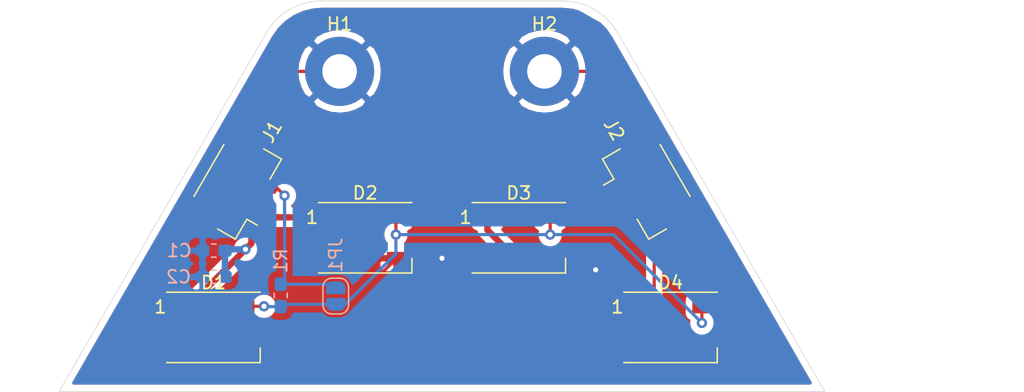
<source format=kicad_pcb>
(kicad_pcb (version 20171130) (host pcbnew "(5.1.6)-1")

  (general
    (thickness 1.6)
    (drawings 34)
    (tracks 66)
    (zones 0)
    (modules 12)
    (nets 9)
  )

  (page A4)
  (layers
    (0 F.Cu signal)
    (31 B.Cu signal)
    (32 B.Adhes user)
    (33 F.Adhes user)
    (34 B.Paste user)
    (35 F.Paste user)
    (36 B.SilkS user)
    (37 F.SilkS user)
    (38 B.Mask user)
    (39 F.Mask user)
    (40 Dwgs.User user)
    (41 Cmts.User user)
    (42 Eco1.User user)
    (43 Eco2.User user)
    (44 Edge.Cuts user)
    (45 Margin user)
    (46 B.CrtYd user)
    (47 F.CrtYd user hide)
    (48 B.Fab user)
    (49 F.Fab user hide)
  )

  (setup
    (last_trace_width 0.25)
    (trace_clearance 0.2)
    (zone_clearance 0.508)
    (zone_45_only no)
    (trace_min 0.2)
    (via_size 0.8)
    (via_drill 0.4)
    (via_min_size 0.4)
    (via_min_drill 0.3)
    (uvia_size 0.3)
    (uvia_drill 0.1)
    (uvias_allowed no)
    (uvia_min_size 0.2)
    (uvia_min_drill 0.1)
    (edge_width 0.05)
    (segment_width 0.2)
    (pcb_text_width 0.3)
    (pcb_text_size 1.5 1.5)
    (mod_edge_width 0.12)
    (mod_text_size 1 1)
    (mod_text_width 0.15)
    (pad_size 1.524 1.524)
    (pad_drill 0.762)
    (pad_to_mask_clearance 0.05)
    (aux_axis_origin 0 0)
    (visible_elements 7FFFFFFF)
    (pcbplotparams
      (layerselection 0x010fc_ffffffff)
      (usegerberextensions false)
      (usegerberattributes true)
      (usegerberadvancedattributes true)
      (creategerberjobfile true)
      (excludeedgelayer true)
      (linewidth 0.100000)
      (plotframeref false)
      (viasonmask false)
      (mode 1)
      (useauxorigin false)
      (hpglpennumber 1)
      (hpglpenspeed 20)
      (hpglpendiameter 15.000000)
      (psnegative false)
      (psa4output false)
      (plotreference true)
      (plotvalue true)
      (plotinvisibletext false)
      (padsonsilk false)
      (subtractmaskfromsilk false)
      (outputformat 1)
      (mirror false)
      (drillshape 1)
      (scaleselection 1)
      (outputdirectory ""))
  )

  (net 0 "")
  (net 1 GND)
  (net 2 5V)
  (net 3 "Net-(D1-Pad2)")
  (net 4 "Net-(D1-Pad4)")
  (net 5 /Dout)
  (net 6 /Din)
  (net 7 "Net-(D2-Pad2)")
  (net 8 "Net-(D3-Pad2)")

  (net_class Default "This is the default net class."
    (clearance 0.2)
    (trace_width 0.25)
    (via_dia 0.8)
    (via_drill 0.4)
    (uvia_dia 0.3)
    (uvia_drill 0.1)
    (add_net /Din)
    (add_net /Dout)
    (add_net GND)
    (add_net "Net-(D1-Pad2)")
    (add_net "Net-(D1-Pad4)")
    (add_net "Net-(D2-Pad2)")
    (add_net "Net-(D3-Pad2)")
  )

  (net_class Power ""
    (clearance 0.3)
    (trace_width 0.5)
    (via_dia 0.8)
    (via_drill 0.4)
    (uvia_dia 0.3)
    (uvia_drill 0.1)
    (add_net 5V)
  )

  (module MountingHole:MountingHole_2.7mm_M2.5_Pad (layer F.Cu) (tedit 56D1B4CB) (tstamp 5FA6C19C)
    (at 123.9 85.1)
    (descr "Mounting Hole 2.7mm, M2.5")
    (tags "mounting hole 2.7mm m2.5")
    (path /5FA74941)
    (attr virtual)
    (fp_text reference H1 (at 0 -3.7) (layer F.SilkS)
      (effects (font (size 1 1) (thickness 0.15)))
    )
    (fp_text value MountingHole_Pad (at 0 3.7) (layer F.Fab)
      (effects (font (size 1 1) (thickness 0.15)))
    )
    (fp_circle (center 0 0) (end 2.7 0) (layer Cmts.User) (width 0.15))
    (fp_circle (center 0 0) (end 2.95 0) (layer F.CrtYd) (width 0.05))
    (fp_text user %R (at 0.3 0) (layer F.Fab)
      (effects (font (size 1 1) (thickness 0.15)))
    )
    (pad 1 thru_hole circle (at 0 0) (size 5.4 5.4) (drill 2.7) (layers *.Cu *.Mask)
      (net 1 GND))
  )

  (module Capacitor_SMD:C_0603_1608Metric_Pad1.05x0.95mm_HandSolder (layer B.Cu) (tedit 5B301BBE) (tstamp 5FA6F142)
    (at 114.075 101.15 180)
    (descr "Capacitor SMD 0603 (1608 Metric), square (rectangular) end terminal, IPC_7351 nominal with elongated pad for handsoldering. (Body size source: http://www.tortai-tech.com/upload/download/2011102023233369053.pdf), generated with kicad-footprint-generator")
    (tags "capacitor handsolder")
    (path /5FA6EE60)
    (attr smd)
    (fp_text reference C2 (at 2.75 0 180) (layer B.SilkS)
      (effects (font (size 1 1) (thickness 0.15)) (justify mirror))
    )
    (fp_text value C (at 0 -1.43 180) (layer B.Fab)
      (effects (font (size 1 1) (thickness 0.15)) (justify mirror))
    )
    (fp_line (start -0.8 -0.4) (end -0.8 0.4) (layer B.Fab) (width 0.1))
    (fp_line (start -0.8 0.4) (end 0.8 0.4) (layer B.Fab) (width 0.1))
    (fp_line (start 0.8 0.4) (end 0.8 -0.4) (layer B.Fab) (width 0.1))
    (fp_line (start 0.8 -0.4) (end -0.8 -0.4) (layer B.Fab) (width 0.1))
    (fp_line (start -0.171267 0.51) (end 0.171267 0.51) (layer B.SilkS) (width 0.12))
    (fp_line (start -0.171267 -0.51) (end 0.171267 -0.51) (layer B.SilkS) (width 0.12))
    (fp_line (start -1.65 -0.73) (end -1.65 0.73) (layer B.CrtYd) (width 0.05))
    (fp_line (start -1.65 0.73) (end 1.65 0.73) (layer B.CrtYd) (width 0.05))
    (fp_line (start 1.65 0.73) (end 1.65 -0.73) (layer B.CrtYd) (width 0.05))
    (fp_line (start 1.65 -0.73) (end -1.65 -0.73) (layer B.CrtYd) (width 0.05))
    (fp_text user %R (at 0 0 180) (layer B.Fab)
      (effects (font (size 0.4 0.4) (thickness 0.06)) (justify mirror))
    )
    (pad 2 smd roundrect (at 0.875 0 180) (size 1.05 0.95) (layers B.Cu B.Paste B.Mask) (roundrect_rratio 0.25)
      (net 1 GND))
    (pad 1 smd roundrect (at -0.875 0 180) (size 1.05 0.95) (layers B.Cu B.Paste B.Mask) (roundrect_rratio 0.25)
      (net 2 5V))
    (model ${KISYS3DMOD}/Capacitor_SMD.3dshapes/C_0603_1608Metric.wrl
      (at (xyz 0 0 0))
      (scale (xyz 1 1 1))
      (rotate (xyz 0 0 0))
    )
  )

  (module LED_SMD:LED_WS2812B_PLCC4_5.0x5.0mm_P3.2mm (layer F.Cu) (tedit 5AA4B285) (tstamp 5FA6E5BE)
    (at 149.75 105.1)
    (descr https://cdn-shop.adafruit.com/datasheets/WS2812B.pdf)
    (tags "LED RGB NeoPixel")
    (path /5FA6DB72)
    (attr smd)
    (fp_text reference D4 (at 0 -3.5) (layer F.SilkS)
      (effects (font (size 1 1) (thickness 0.15)))
    )
    (fp_text value WS2812B (at 0 4) (layer F.Fab)
      (effects (font (size 1 1) (thickness 0.15)))
    )
    (fp_circle (center 0 0) (end 0 -2) (layer F.Fab) (width 0.1))
    (fp_line (start 3.65 2.75) (end 3.65 1.6) (layer F.SilkS) (width 0.12))
    (fp_line (start -3.65 2.75) (end 3.65 2.75) (layer F.SilkS) (width 0.12))
    (fp_line (start -3.65 -2.75) (end 3.65 -2.75) (layer F.SilkS) (width 0.12))
    (fp_line (start 2.5 -2.5) (end -2.5 -2.5) (layer F.Fab) (width 0.1))
    (fp_line (start 2.5 2.5) (end 2.5 -2.5) (layer F.Fab) (width 0.1))
    (fp_line (start -2.5 2.5) (end 2.5 2.5) (layer F.Fab) (width 0.1))
    (fp_line (start -2.5 -2.5) (end -2.5 2.5) (layer F.Fab) (width 0.1))
    (fp_line (start 2.5 1.5) (end 1.5 2.5) (layer F.Fab) (width 0.1))
    (fp_line (start -3.45 -2.75) (end -3.45 2.75) (layer F.CrtYd) (width 0.05))
    (fp_line (start -3.45 2.75) (end 3.45 2.75) (layer F.CrtYd) (width 0.05))
    (fp_line (start 3.45 2.75) (end 3.45 -2.75) (layer F.CrtYd) (width 0.05))
    (fp_line (start 3.45 -2.75) (end -3.45 -2.75) (layer F.CrtYd) (width 0.05))
    (fp_text user 1 (at -4.15 -1.6) (layer F.SilkS)
      (effects (font (size 1 1) (thickness 0.15)))
    )
    (fp_text user %R (at 0 0) (layer F.Fab)
      (effects (font (size 0.8 0.8) (thickness 0.15)))
    )
    (pad 3 smd rect (at 2.45 1.6) (size 1.5 1) (layers F.Cu F.Paste F.Mask)
      (net 1 GND))
    (pad 4 smd rect (at 2.45 -1.6) (size 1.5 1) (layers F.Cu F.Paste F.Mask)
      (net 4 "Net-(D1-Pad4)"))
    (pad 2 smd rect (at -2.45 1.6) (size 1.5 1) (layers F.Cu F.Paste F.Mask)
      (net 5 /Dout))
    (pad 1 smd rect (at -2.45 -1.6) (size 1.5 1) (layers F.Cu F.Paste F.Mask)
      (net 2 5V))
    (model ${KISYS3DMOD}/LED_SMD.3dshapes/LED_WS2812B_PLCC4_5.0x5.0mm_P3.2mm.wrl
      (at (xyz 0 0 0))
      (scale (xyz 1 1 1))
      (rotate (xyz 0 0 0))
    )
  )

  (module LED_SMD:LED_WS2812B_PLCC4_5.0x5.0mm_P3.2mm (layer F.Cu) (tedit 5AA4B285) (tstamp 5FA6E592)
    (at 137.9 98.1)
    (descr https://cdn-shop.adafruit.com/datasheets/WS2812B.pdf)
    (tags "LED RGB NeoPixel")
    (path /5FA6D585)
    (attr smd)
    (fp_text reference D3 (at 0 -3.5) (layer F.SilkS)
      (effects (font (size 1 1) (thickness 0.15)))
    )
    (fp_text value WS2812B (at 0 4) (layer F.Fab)
      (effects (font (size 1 1) (thickness 0.15)))
    )
    (fp_circle (center 0 0) (end 0 -2) (layer F.Fab) (width 0.1))
    (fp_line (start 3.65 2.75) (end 3.65 1.6) (layer F.SilkS) (width 0.12))
    (fp_line (start -3.65 2.75) (end 3.65 2.75) (layer F.SilkS) (width 0.12))
    (fp_line (start -3.65 -2.75) (end 3.65 -2.75) (layer F.SilkS) (width 0.12))
    (fp_line (start 2.5 -2.5) (end -2.5 -2.5) (layer F.Fab) (width 0.1))
    (fp_line (start 2.5 2.5) (end 2.5 -2.5) (layer F.Fab) (width 0.1))
    (fp_line (start -2.5 2.5) (end 2.5 2.5) (layer F.Fab) (width 0.1))
    (fp_line (start -2.5 -2.5) (end -2.5 2.5) (layer F.Fab) (width 0.1))
    (fp_line (start 2.5 1.5) (end 1.5 2.5) (layer F.Fab) (width 0.1))
    (fp_line (start -3.45 -2.75) (end -3.45 2.75) (layer F.CrtYd) (width 0.05))
    (fp_line (start -3.45 2.75) (end 3.45 2.75) (layer F.CrtYd) (width 0.05))
    (fp_line (start 3.45 2.75) (end 3.45 -2.75) (layer F.CrtYd) (width 0.05))
    (fp_line (start 3.45 -2.75) (end -3.45 -2.75) (layer F.CrtYd) (width 0.05))
    (fp_text user 1 (at -4.15 -1.6) (layer F.SilkS)
      (effects (font (size 1 1) (thickness 0.15)))
    )
    (fp_text user %R (at 0 0) (layer F.Fab)
      (effects (font (size 0.8 0.8) (thickness 0.15)))
    )
    (pad 3 smd rect (at 2.45 1.6) (size 1.5 1) (layers F.Cu F.Paste F.Mask)
      (net 1 GND))
    (pad 4 smd rect (at 2.45 -1.6) (size 1.5 1) (layers F.Cu F.Paste F.Mask)
      (net 4 "Net-(D1-Pad4)"))
    (pad 2 smd rect (at -2.45 1.6) (size 1.5 1) (layers F.Cu F.Paste F.Mask)
      (net 8 "Net-(D3-Pad2)"))
    (pad 1 smd rect (at -2.45 -1.6) (size 1.5 1) (layers F.Cu F.Paste F.Mask)
      (net 2 5V))
    (model ${KISYS3DMOD}/LED_SMD.3dshapes/LED_WS2812B_PLCC4_5.0x5.0mm_P3.2mm.wrl
      (at (xyz 0 0 0))
      (scale (xyz 1 1 1))
      (rotate (xyz 0 0 0))
    )
  )

  (module LED_SMD:LED_WS2812B_PLCC4_5.0x5.0mm_P3.2mm (layer F.Cu) (tedit 5AA4B285) (tstamp 5FA6E566)
    (at 125.9 98.1)
    (descr https://cdn-shop.adafruit.com/datasheets/WS2812B.pdf)
    (tags "LED RGB NeoPixel")
    (path /5FA6CAFA)
    (attr smd)
    (fp_text reference D2 (at 0 -3.5) (layer F.SilkS)
      (effects (font (size 1 1) (thickness 0.15)))
    )
    (fp_text value WS2812B (at 0 4) (layer F.Fab)
      (effects (font (size 1 1) (thickness 0.15)))
    )
    (fp_circle (center 0 0) (end 0 -2) (layer F.Fab) (width 0.1))
    (fp_line (start 3.65 2.75) (end 3.65 1.6) (layer F.SilkS) (width 0.12))
    (fp_line (start -3.65 2.75) (end 3.65 2.75) (layer F.SilkS) (width 0.12))
    (fp_line (start -3.65 -2.75) (end 3.65 -2.75) (layer F.SilkS) (width 0.12))
    (fp_line (start 2.5 -2.5) (end -2.5 -2.5) (layer F.Fab) (width 0.1))
    (fp_line (start 2.5 2.5) (end 2.5 -2.5) (layer F.Fab) (width 0.1))
    (fp_line (start -2.5 2.5) (end 2.5 2.5) (layer F.Fab) (width 0.1))
    (fp_line (start -2.5 -2.5) (end -2.5 2.5) (layer F.Fab) (width 0.1))
    (fp_line (start 2.5 1.5) (end 1.5 2.5) (layer F.Fab) (width 0.1))
    (fp_line (start -3.45 -2.75) (end -3.45 2.75) (layer F.CrtYd) (width 0.05))
    (fp_line (start -3.45 2.75) (end 3.45 2.75) (layer F.CrtYd) (width 0.05))
    (fp_line (start 3.45 2.75) (end 3.45 -2.75) (layer F.CrtYd) (width 0.05))
    (fp_line (start 3.45 -2.75) (end -3.45 -2.75) (layer F.CrtYd) (width 0.05))
    (fp_text user 1 (at -4.15 -1.6) (layer F.SilkS)
      (effects (font (size 1 1) (thickness 0.15)))
    )
    (fp_text user %R (at 0 0) (layer F.Fab)
      (effects (font (size 0.8 0.8) (thickness 0.15)))
    )
    (pad 3 smd rect (at 2.45 1.6) (size 1.5 1) (layers F.Cu F.Paste F.Mask)
      (net 1 GND))
    (pad 4 smd rect (at 2.45 -1.6) (size 1.5 1) (layers F.Cu F.Paste F.Mask)
      (net 4 "Net-(D1-Pad4)"))
    (pad 2 smd rect (at -2.45 1.6) (size 1.5 1) (layers F.Cu F.Paste F.Mask)
      (net 7 "Net-(D2-Pad2)"))
    (pad 1 smd rect (at -2.45 -1.6) (size 1.5 1) (layers F.Cu F.Paste F.Mask)
      (net 2 5V))
    (model ${KISYS3DMOD}/LED_SMD.3dshapes/LED_WS2812B_PLCC4_5.0x5.0mm_P3.2mm.wrl
      (at (xyz 0 0 0))
      (scale (xyz 1 1 1))
      (rotate (xyz 0 0 0))
    )
  )

  (module Resistor_SMD:R_0603_1608Metric_Pad1.05x0.95mm_HandSolder (layer B.Cu) (tedit 5B301BBD) (tstamp 5FA811DB)
    (at 119.3 102.6 270)
    (descr "Resistor SMD 0603 (1608 Metric), square (rectangular) end terminal, IPC_7351 nominal with elongated pad for handsoldering. (Body size source: http://www.tortai-tech.com/upload/download/2011102023233369053.pdf), generated with kicad-footprint-generator")
    (tags "resistor handsolder")
    (path /5FA77225)
    (attr smd)
    (fp_text reference R1 (at -2.7 0 270) (layer B.SilkS)
      (effects (font (size 1 1) (thickness 0.15)) (justify mirror))
    )
    (fp_text value R_US (at 0 -1.43 270) (layer B.Fab)
      (effects (font (size 1 1) (thickness 0.15)) (justify mirror))
    )
    (fp_line (start -0.8 -0.4) (end -0.8 0.4) (layer B.Fab) (width 0.1))
    (fp_line (start -0.8 0.4) (end 0.8 0.4) (layer B.Fab) (width 0.1))
    (fp_line (start 0.8 0.4) (end 0.8 -0.4) (layer B.Fab) (width 0.1))
    (fp_line (start 0.8 -0.4) (end -0.8 -0.4) (layer B.Fab) (width 0.1))
    (fp_line (start -0.171267 0.51) (end 0.171267 0.51) (layer B.SilkS) (width 0.12))
    (fp_line (start -0.171267 -0.51) (end 0.171267 -0.51) (layer B.SilkS) (width 0.12))
    (fp_line (start -1.65 -0.73) (end -1.65 0.73) (layer B.CrtYd) (width 0.05))
    (fp_line (start -1.65 0.73) (end 1.65 0.73) (layer B.CrtYd) (width 0.05))
    (fp_line (start 1.65 0.73) (end 1.65 -0.73) (layer B.CrtYd) (width 0.05))
    (fp_line (start 1.65 -0.73) (end -1.65 -0.73) (layer B.CrtYd) (width 0.05))
    (fp_text user %R (at 0 0 270) (layer B.Fab)
      (effects (font (size 0.4 0.4) (thickness 0.06)) (justify mirror))
    )
    (pad 2 smd roundrect (at 0.875 0 270) (size 1.05 0.95) (layers B.Cu B.Paste B.Mask) (roundrect_rratio 0.25)
      (net 4 "Net-(D1-Pad4)"))
    (pad 1 smd roundrect (at -0.875 0 270) (size 1.05 0.95) (layers B.Cu B.Paste B.Mask) (roundrect_rratio 0.25)
      (net 6 /Din))
    (model ${KISYS3DMOD}/Resistor_SMD.3dshapes/R_0603_1608Metric.wrl
      (at (xyz 0 0 0))
      (scale (xyz 1 1 1))
      (rotate (xyz 0 0 0))
    )
  )

  (module Jumper:SolderJumper-2_P1.3mm_Open_RoundedPad1.0x1.5mm (layer B.Cu) (tedit 5B391E66) (tstamp 5FA6C202)
    (at 123.6 102.65 90)
    (descr "SMD Solder Jumper, 1x1.5mm, rounded Pads, 0.3mm gap, open")
    (tags "solder jumper open")
    (path /5FA77030)
    (attr virtual)
    (fp_text reference JP1 (at 3.2 0 270) (layer B.SilkS)
      (effects (font (size 1 1) (thickness 0.15)) (justify mirror))
    )
    (fp_text value Jumper_2_Open (at 0 -1.9 270) (layer B.Fab)
      (effects (font (size 1 1) (thickness 0.15)) (justify mirror))
    )
    (fp_line (start -1.4 -0.3) (end -1.4 0.3) (layer B.SilkS) (width 0.12))
    (fp_line (start 0.7 -1) (end -0.7 -1) (layer B.SilkS) (width 0.12))
    (fp_line (start 1.4 0.3) (end 1.4 -0.3) (layer B.SilkS) (width 0.12))
    (fp_line (start -0.7 1) (end 0.7 1) (layer B.SilkS) (width 0.12))
    (fp_line (start -1.65 1.25) (end 1.65 1.25) (layer B.CrtYd) (width 0.05))
    (fp_line (start -1.65 1.25) (end -1.65 -1.25) (layer B.CrtYd) (width 0.05))
    (fp_line (start 1.65 -1.25) (end 1.65 1.25) (layer B.CrtYd) (width 0.05))
    (fp_line (start 1.65 -1.25) (end -1.65 -1.25) (layer B.CrtYd) (width 0.05))
    (fp_arc (start -0.7 0.3) (end -0.7 1) (angle 90) (layer B.SilkS) (width 0.12))
    (fp_arc (start -0.7 -0.3) (end -1.4 -0.3) (angle 90) (layer B.SilkS) (width 0.12))
    (fp_arc (start 0.7 -0.3) (end 0.7 -1) (angle 90) (layer B.SilkS) (width 0.12))
    (fp_arc (start 0.7 0.3) (end 1.4 0.3) (angle 90) (layer B.SilkS) (width 0.12))
    (pad 2 smd custom (at 0.65 0 90) (size 1 0.5) (layers B.Cu B.Mask)
      (net 6 /Din) (zone_connect 2)
      (options (clearance outline) (anchor rect))
      (primitives
        (gr_circle (center 0 -0.25) (end 0.5 -0.25) (width 0))
        (gr_circle (center 0 0.25) (end 0.5 0.25) (width 0))
        (gr_poly (pts
           (xy 0 0.75) (xy -0.5 0.75) (xy -0.5 -0.75) (xy 0 -0.75)) (width 0))
      ))
    (pad 1 smd custom (at -0.65 0 90) (size 1 0.5) (layers B.Cu B.Mask)
      (net 4 "Net-(D1-Pad4)") (zone_connect 2)
      (options (clearance outline) (anchor rect))
      (primitives
        (gr_circle (center 0 -0.25) (end 0.5 -0.25) (width 0))
        (gr_circle (center 0 0.25) (end 0.5 0.25) (width 0))
        (gr_poly (pts
           (xy 0 0.75) (xy 0.5 0.75) (xy 0.5 -0.75) (xy 0 -0.75)) (width 0))
      ))
  )

  (module Connector_JST:JST_GH_BM03B-GHS-TBT_1x03-1MP_P1.25mm_Vertical (layer F.Cu) (tedit 5B78AD87) (tstamp 5FA6C1F0)
    (at 147.85 94.15 300)
    (descr "JST GH series connector, BM03B-GHS-TBT (http://www.jst-mfg.com/product/pdf/eng/eGH.pdf), generated with kicad-footprint-generator")
    (tags "connector JST GH side entry")
    (path /5FA7C227)
    (attr smd)
    (fp_text reference J2 (at -5.147114 -0.084936 120) (layer F.SilkS)
      (effects (font (size 1 1) (thickness 0.15)))
    )
    (fp_text value Conn_01x03 (at 0 4 120) (layer F.Fab)
      (effects (font (size 1 1) (thickness 0.15)))
    )
    (fp_line (start -3.5 1.75) (end 3.5 1.75) (layer F.Fab) (width 0.1))
    (fp_line (start -3.61 0.26) (end -3.61 1.86) (layer F.SilkS) (width 0.12))
    (fp_line (start -3.61 1.86) (end -1.81 1.86) (layer F.SilkS) (width 0.12))
    (fp_line (start -1.81 1.86) (end -1.81 2.8) (layer F.SilkS) (width 0.12))
    (fp_line (start 3.61 0.26) (end 3.61 1.86) (layer F.SilkS) (width 0.12))
    (fp_line (start 3.61 1.86) (end 1.81 1.86) (layer F.SilkS) (width 0.12))
    (fp_line (start -2.34 -2.61) (end 2.34 -2.61) (layer F.SilkS) (width 0.12))
    (fp_line (start -3.5 -2.5) (end 3.5 -2.5) (layer F.Fab) (width 0.1))
    (fp_line (start -3.5 1.75) (end -3.5 -2.5) (layer F.Fab) (width 0.1))
    (fp_line (start 3.5 1.75) (end 3.5 -2.5) (layer F.Fab) (width 0.1))
    (fp_line (start -1.5 -0.5) (end -1.5 0) (layer F.Fab) (width 0.1))
    (fp_line (start -1.5 0) (end -1 0) (layer F.Fab) (width 0.1))
    (fp_line (start -1 0) (end -1 -0.5) (layer F.Fab) (width 0.1))
    (fp_line (start -1 -0.5) (end -1.5 -0.5) (layer F.Fab) (width 0.1))
    (fp_line (start -0.25 -0.5) (end -0.25 0) (layer F.Fab) (width 0.1))
    (fp_line (start -0.25 0) (end 0.25 0) (layer F.Fab) (width 0.1))
    (fp_line (start 0.25 0) (end 0.25 -0.5) (layer F.Fab) (width 0.1))
    (fp_line (start 0.25 -0.5) (end -0.25 -0.5) (layer F.Fab) (width 0.1))
    (fp_line (start 1 -0.5) (end 1 0) (layer F.Fab) (width 0.1))
    (fp_line (start 1 0) (end 1.5 0) (layer F.Fab) (width 0.1))
    (fp_line (start 1.5 0) (end 1.5 -0.5) (layer F.Fab) (width 0.1))
    (fp_line (start 1.5 -0.5) (end 1 -0.5) (layer F.Fab) (width 0.1))
    (fp_line (start -4.1 -3.3) (end -4.1 3.3) (layer F.CrtYd) (width 0.05))
    (fp_line (start -4.1 3.3) (end 4.1 3.3) (layer F.CrtYd) (width 0.05))
    (fp_line (start 4.1 3.3) (end 4.1 -3.3) (layer F.CrtYd) (width 0.05))
    (fp_line (start 4.1 -3.3) (end -4.1 -3.3) (layer F.CrtYd) (width 0.05))
    (fp_line (start -1.75 1.75) (end -1.25 1.042893) (layer F.Fab) (width 0.1))
    (fp_line (start -1.25 1.042893) (end -0.75 1.75) (layer F.Fab) (width 0.1))
    (fp_text user %R (at 0 -1.5 120) (layer F.Fab)
      (effects (font (size 1 1) (thickness 0.15)))
    )
    (pad MP smd roundrect (at 3.1 -1.4 300) (size 1 2.8) (layers F.Cu F.Paste F.Mask) (roundrect_rratio 0.25))
    (pad MP smd roundrect (at -3.1 -1.4 300) (size 1 2.8) (layers F.Cu F.Paste F.Mask) (roundrect_rratio 0.25))
    (pad 3 smd roundrect (at 1.25 1.95 300) (size 0.6 1.7) (layers F.Cu F.Paste F.Mask) (roundrect_rratio 0.25)
      (net 5 /Dout))
    (pad 2 smd roundrect (at 0 1.95 300) (size 0.6 1.7) (layers F.Cu F.Paste F.Mask) (roundrect_rratio 0.25)
      (net 1 GND))
    (pad 1 smd roundrect (at -1.25 1.95 300) (size 0.6 1.7) (layers F.Cu F.Paste F.Mask) (roundrect_rratio 0.25)
      (net 2 5V))
    (model ${KISYS3DMOD}/Connector_JST.3dshapes/JST_GH_BM03B-GHS-TBT_1x03-1MP_P1.25mm_Vertical.wrl
      (at (xyz 0 0 0))
      (scale (xyz 1 1 1))
      (rotate (xyz 0 0 0))
    )
  )

  (module Connector_JST:JST_GH_BM03B-GHS-TBT_1x03-1MP_P1.25mm_Vertical (layer F.Cu) (tedit 5B78AD87) (tstamp 5FA6C1CA)
    (at 115.95 94.15 60)
    (descr "JST GH series connector, BM03B-GHS-TBT (http://www.jst-mfg.com/product/pdf/eng/eGH.pdf), generated with kicad-footprint-generator")
    (tags "connector JST GH side entry")
    (path /5FA7B912)
    (attr smd)
    (fp_text reference J1 (at 5.092211 0.119967 60) (layer F.SilkS)
      (effects (font (size 1 1) (thickness 0.15)))
    )
    (fp_text value Conn_01x03 (at 0 4 60) (layer F.Fab)
      (effects (font (size 1 1) (thickness 0.15)))
    )
    (fp_line (start -3.5 1.75) (end 3.5 1.75) (layer F.Fab) (width 0.1))
    (fp_line (start -3.61 0.26) (end -3.61 1.86) (layer F.SilkS) (width 0.12))
    (fp_line (start -3.61 1.86) (end -1.81 1.86) (layer F.SilkS) (width 0.12))
    (fp_line (start -1.81 1.86) (end -1.81 2.8) (layer F.SilkS) (width 0.12))
    (fp_line (start 3.61 0.26) (end 3.61 1.86) (layer F.SilkS) (width 0.12))
    (fp_line (start 3.61 1.86) (end 1.81 1.86) (layer F.SilkS) (width 0.12))
    (fp_line (start -2.34 -2.61) (end 2.34 -2.61) (layer F.SilkS) (width 0.12))
    (fp_line (start -3.5 -2.5) (end 3.5 -2.5) (layer F.Fab) (width 0.1))
    (fp_line (start -3.5 1.75) (end -3.5 -2.5) (layer F.Fab) (width 0.1))
    (fp_line (start 3.5 1.75) (end 3.5 -2.5) (layer F.Fab) (width 0.1))
    (fp_line (start -1.5 -0.5) (end -1.5 0) (layer F.Fab) (width 0.1))
    (fp_line (start -1.5 0) (end -1 0) (layer F.Fab) (width 0.1))
    (fp_line (start -1 0) (end -1 -0.5) (layer F.Fab) (width 0.1))
    (fp_line (start -1 -0.5) (end -1.5 -0.5) (layer F.Fab) (width 0.1))
    (fp_line (start -0.25 -0.5) (end -0.25 0) (layer F.Fab) (width 0.1))
    (fp_line (start -0.25 0) (end 0.25 0) (layer F.Fab) (width 0.1))
    (fp_line (start 0.25 0) (end 0.25 -0.5) (layer F.Fab) (width 0.1))
    (fp_line (start 0.25 -0.5) (end -0.25 -0.5) (layer F.Fab) (width 0.1))
    (fp_line (start 1 -0.5) (end 1 0) (layer F.Fab) (width 0.1))
    (fp_line (start 1 0) (end 1.5 0) (layer F.Fab) (width 0.1))
    (fp_line (start 1.5 0) (end 1.5 -0.5) (layer F.Fab) (width 0.1))
    (fp_line (start 1.5 -0.5) (end 1 -0.5) (layer F.Fab) (width 0.1))
    (fp_line (start -4.1 -3.3) (end -4.1 3.3) (layer F.CrtYd) (width 0.05))
    (fp_line (start -4.1 3.3) (end 4.1 3.3) (layer F.CrtYd) (width 0.05))
    (fp_line (start 4.1 3.3) (end 4.1 -3.3) (layer F.CrtYd) (width 0.05))
    (fp_line (start 4.1 -3.3) (end -4.1 -3.3) (layer F.CrtYd) (width 0.05))
    (fp_line (start -1.75 1.75) (end -1.25 1.042893) (layer F.Fab) (width 0.1))
    (fp_line (start -1.25 1.042893) (end -0.75 1.75) (layer F.Fab) (width 0.1))
    (fp_text user %R (at 0 -1.5 60) (layer F.Fab)
      (effects (font (size 1 1) (thickness 0.15)))
    )
    (pad MP smd roundrect (at 3.1 -1.4 60) (size 1 2.8) (layers F.Cu F.Paste F.Mask) (roundrect_rratio 0.25))
    (pad MP smd roundrect (at -3.1 -1.4 60) (size 1 2.8) (layers F.Cu F.Paste F.Mask) (roundrect_rratio 0.25))
    (pad 3 smd roundrect (at 1.25 1.95 60) (size 0.6 1.7) (layers F.Cu F.Paste F.Mask) (roundrect_rratio 0.25)
      (net 6 /Din))
    (pad 2 smd roundrect (at 0 1.95 60) (size 0.6 1.7) (layers F.Cu F.Paste F.Mask) (roundrect_rratio 0.25)
      (net 1 GND))
    (pad 1 smd roundrect (at -1.25 1.95 60) (size 0.6 1.7) (layers F.Cu F.Paste F.Mask) (roundrect_rratio 0.25)
      (net 2 5V))
    (model ${KISYS3DMOD}/Connector_JST.3dshapes/JST_GH_BM03B-GHS-TBT_1x03-1MP_P1.25mm_Vertical.wrl
      (at (xyz 0 0 0))
      (scale (xyz 1 1 1))
      (rotate (xyz 0 0 0))
    )
  )

  (module MountingHole:MountingHole_2.7mm_M2.5_Pad (layer F.Cu) (tedit 56D1B4CB) (tstamp 5FA6C1A4)
    (at 139.9 85.1)
    (descr "Mounting Hole 2.7mm, M2.5")
    (tags "mounting hole 2.7mm m2.5")
    (path /5FA74CDC)
    (attr virtual)
    (fp_text reference H2 (at 0 -3.7) (layer F.SilkS)
      (effects (font (size 1 1) (thickness 0.15)))
    )
    (fp_text value MountingHole_Pad (at 0 3.7) (layer F.Fab)
      (effects (font (size 1 1) (thickness 0.15)))
    )
    (fp_circle (center 0 0) (end 2.7 0) (layer Cmts.User) (width 0.15))
    (fp_circle (center 0 0) (end 2.95 0) (layer F.CrtYd) (width 0.05))
    (fp_text user %R (at 0.3 0) (layer F.Fab)
      (effects (font (size 1 1) (thickness 0.15)))
    )
    (pad 1 thru_hole circle (at 0 0) (size 5.4 5.4) (drill 2.7) (layers *.Cu *.Mask)
      (net 1 GND))
  )

  (module LED_SMD:LED_WS2812B_PLCC4_5.0x5.0mm_P3.2mm (layer F.Cu) (tedit 5AA4B285) (tstamp 5FA6C14F)
    (at 114.05 105.1)
    (descr https://cdn-shop.adafruit.com/datasheets/WS2812B.pdf)
    (tags "LED RGB NeoPixel")
    (path /5FA6A72C)
    (attr smd)
    (fp_text reference D1 (at 0 -3.5) (layer F.SilkS)
      (effects (font (size 1 1) (thickness 0.15)))
    )
    (fp_text value WS2812B (at 0 4) (layer F.Fab)
      (effects (font (size 1 1) (thickness 0.15)))
    )
    (fp_line (start 3.45 -2.75) (end -3.45 -2.75) (layer F.CrtYd) (width 0.05))
    (fp_line (start 3.45 2.75) (end 3.45 -2.75) (layer F.CrtYd) (width 0.05))
    (fp_line (start -3.45 2.75) (end 3.45 2.75) (layer F.CrtYd) (width 0.05))
    (fp_line (start -3.45 -2.75) (end -3.45 2.75) (layer F.CrtYd) (width 0.05))
    (fp_line (start 2.5 1.5) (end 1.5 2.5) (layer F.Fab) (width 0.1))
    (fp_line (start -2.5 -2.5) (end -2.5 2.5) (layer F.Fab) (width 0.1))
    (fp_line (start -2.5 2.5) (end 2.5 2.5) (layer F.Fab) (width 0.1))
    (fp_line (start 2.5 2.5) (end 2.5 -2.5) (layer F.Fab) (width 0.1))
    (fp_line (start 2.5 -2.5) (end -2.5 -2.5) (layer F.Fab) (width 0.1))
    (fp_line (start -3.65 -2.75) (end 3.65 -2.75) (layer F.SilkS) (width 0.12))
    (fp_line (start -3.65 2.75) (end 3.65 2.75) (layer F.SilkS) (width 0.12))
    (fp_line (start 3.65 2.75) (end 3.65 1.6) (layer F.SilkS) (width 0.12))
    (fp_circle (center 0 0) (end 0 -2) (layer F.Fab) (width 0.1))
    (fp_text user %R (at 0 0) (layer F.Fab)
      (effects (font (size 0.8 0.8) (thickness 0.15)))
    )
    (fp_text user 1 (at -4.15 -1.6) (layer F.SilkS)
      (effects (font (size 1 1) (thickness 0.15)))
    )
    (pad 1 smd rect (at -2.45 -1.6) (size 1.5 1) (layers F.Cu F.Paste F.Mask)
      (net 2 5V))
    (pad 2 smd rect (at -2.45 1.6) (size 1.5 1) (layers F.Cu F.Paste F.Mask)
      (net 3 "Net-(D1-Pad2)"))
    (pad 4 smd rect (at 2.45 -1.6) (size 1.5 1) (layers F.Cu F.Paste F.Mask)
      (net 4 "Net-(D1-Pad4)"))
    (pad 3 smd rect (at 2.45 1.6) (size 1.5 1) (layers F.Cu F.Paste F.Mask)
      (net 1 GND))
    (model ${KISYS3DMOD}/LED_SMD.3dshapes/LED_WS2812B_PLCC4_5.0x5.0mm_P3.2mm.wrl
      (at (xyz 0 0 0))
      (scale (xyz 1 1 1))
      (rotate (xyz 0 0 0))
    )
  )

  (module Capacitor_SMD:C_0603_1608Metric_Pad1.05x0.95mm_HandSolder (layer B.Cu) (tedit 5B301BBE) (tstamp 5FA6C138)
    (at 114.075 99.1 180)
    (descr "Capacitor SMD 0603 (1608 Metric), square (rectangular) end terminal, IPC_7351 nominal with elongated pad for handsoldering. (Body size source: http://www.tortai-tech.com/upload/download/2011102023233369053.pdf), generated with kicad-footprint-generator")
    (tags "capacitor handsolder")
    (path /5FA761B7)
    (attr smd)
    (fp_text reference C1 (at 2.7 0 180) (layer B.SilkS)
      (effects (font (size 1 1) (thickness 0.15)) (justify mirror))
    )
    (fp_text value C (at 0 -1.43 180) (layer B.Fab)
      (effects (font (size 1 1) (thickness 0.15)) (justify mirror))
    )
    (fp_line (start -0.8 -0.4) (end -0.8 0.4) (layer B.Fab) (width 0.1))
    (fp_line (start -0.8 0.4) (end 0.8 0.4) (layer B.Fab) (width 0.1))
    (fp_line (start 0.8 0.4) (end 0.8 -0.4) (layer B.Fab) (width 0.1))
    (fp_line (start 0.8 -0.4) (end -0.8 -0.4) (layer B.Fab) (width 0.1))
    (fp_line (start -0.171267 0.51) (end 0.171267 0.51) (layer B.SilkS) (width 0.12))
    (fp_line (start -0.171267 -0.51) (end 0.171267 -0.51) (layer B.SilkS) (width 0.12))
    (fp_line (start -1.65 -0.73) (end -1.65 0.73) (layer B.CrtYd) (width 0.05))
    (fp_line (start -1.65 0.73) (end 1.65 0.73) (layer B.CrtYd) (width 0.05))
    (fp_line (start 1.65 0.73) (end 1.65 -0.73) (layer B.CrtYd) (width 0.05))
    (fp_line (start 1.65 -0.73) (end -1.65 -0.73) (layer B.CrtYd) (width 0.05))
    (fp_text user %R (at 0 0 180) (layer B.Fab)
      (effects (font (size 0.4 0.4) (thickness 0.06)) (justify mirror))
    )
    (pad 2 smd roundrect (at 0.875 0 180) (size 1.05 0.95) (layers B.Cu B.Paste B.Mask) (roundrect_rratio 0.25)
      (net 1 GND))
    (pad 1 smd roundrect (at -0.875 0 180) (size 1.05 0.95) (layers B.Cu B.Paste B.Mask) (roundrect_rratio 0.25)
      (net 2 5V))
    (model ${KISYS3DMOD}/Capacitor_SMD.3dshapes/C_0603_1608Metric.wrl
      (at (xyz 0 0 0))
      (scale (xyz 1 1 1))
      (rotate (xyz 0 0 0))
    )
  )

  (gr_line (start 151.4 92.1) (end 147.85 94.15) (layer Dwgs.User) (width 0.15))
  (gr_line (start 112.4 92.1) (end 151.4 92.1) (layer Dwgs.User) (width 0.15))
  (gr_line (start 112.4 92.1) (end 115.95 94.15) (layer Dwgs.User) (width 0.15))
  (gr_line (start 102 110.1) (end 112.4 92.1) (layer Dwgs.User) (width 0.15))
  (gr_line (start 137.9 110.1) (end 137.9 98.1) (layer Dwgs.User) (width 0.15))
  (gr_line (start 131.9 110.1) (end 137.9 110.1) (layer Dwgs.User) (width 0.15))
  (gr_line (start 125.9 110.1) (end 125.9 98.1) (layer Dwgs.User) (width 0.15))
  (gr_line (start 131.9 110.1) (end 125.9 110.1) (layer Dwgs.User) (width 0.15))
  (gr_line (start 149.75 110.1) (end 149.75 105.1) (layer Dwgs.User) (width 0.15))
  (gr_line (start 161.75 110.1) (end 149.75 110.1) (layer Dwgs.User) (width 0.15))
  (gr_line (start 114.05 110.1) (end 114.05 105.1) (layer Dwgs.User) (width 0.15))
  (gr_line (start 102.05 110.1) (end 114.05 110.1) (layer Dwgs.User) (width 0.15))
  (gr_line (start 161.8 110.1) (end 102 110.1) (layer Edge.Cuts) (width 0.05) (tstamp 5FA8049D))
  (gr_line (start 145.628534 82.097246) (end 161.8 110.1) (layer Edge.Cuts) (width 0.05))
  (gr_line (start 118.170472 82.098962) (end 102 110.1) (layer Edge.Cuts) (width 0.05))
  (gr_arc (start 122.5 84.6) (end 122.5 79.6) (angle -59.98626665) (layer Edge.Cuts) (width 0.05))
  (gr_arc (start 141.3 84.6) (end 145.628534 82.097246) (angle -59.963538) (layer Edge.Cuts) (width 0.05))
  (gr_line (start 131.9 79.6) (end 141.3 79.6) (layer Edge.Cuts) (width 0.05))
  (gr_line (start 131.9 79.6) (end 122.5 79.6) (layer Edge.Cuts) (width 0.05))
  (gr_line (start 145.630568 82.100765) (end 161.8 110.1) (layer Dwgs.User) (width 0.15))
  (gr_line (start 118.171525 82.09714) (end 102 110.1) (layer Dwgs.User) (width 0.15))
  (gr_line (start 131.9 110.1) (end 97.45 110.1) (layer Dwgs.User) (width 0.15))
  (gr_line (start 131.9 110.1) (end 177.3 110.1) (layer Dwgs.User) (width 0.15))
  (gr_line (start 131.9 85.1) (end 131.9 110.1) (layer Dwgs.User) (width 0.15))
  (gr_arc (start 141.3 84.599998) (end 145.630568 82.100765) (angle -60.01013409) (layer Dwgs.User) (width 0.15))
  (gr_line (start 141.3 79.6) (end 141.3 84.6) (layer Dwgs.User) (width 0.15))
  (gr_line (start 122.5 79.6) (end 122.5 84.6) (layer Dwgs.User) (width 0.15))
  (gr_arc (start 122.5 84.6) (end 122.5 79.6) (angle -59.96215525) (layer Dwgs.User) (width 0.15))
  (gr_line (start 131.9 79.6) (end 122.5 79.6) (layer Dwgs.User) (width 0.15))
  (gr_line (start 131.9 79.6) (end 141.3 79.6) (layer Dwgs.User) (width 0.15))
  (gr_line (start 131.9 85.1) (end 131.9 79.6) (layer Dwgs.User) (width 0.15))
  (gr_line (start 139.9 85.1) (end 131.9 85.1) (layer Dwgs.User) (width 0.15) (tstamp 5FA7602A))
  (gr_line (start 123.9 85.1) (end 139.9 85.1) (layer Dwgs.User) (width 0.15))
  (gr_line (start 139.9 85.1) (end 131.9 85.1) (layer Dwgs.User) (width 0.15))

  (via (at 143.9 100.6) (size 0.8) (drill 0.4) (layers F.Cu B.Cu) (net 1))
  (via (at 131.9 99.7) (size 0.8) (drill 0.4) (layers F.Cu B.Cu) (net 1))
  (segment (start 114.59216 92.07841) (end 117.63875 95.125) (width 0.25) (layer F.Cu) (net 1))
  (segment (start 114.59216 89.985858) (end 114.59216 92.07841) (width 0.25) (layer F.Cu) (net 1))
  (segment (start 119.478018 85.1) (end 114.59216 89.985858) (width 0.25) (layer F.Cu) (net 1))
  (segment (start 123.9 85.1) (end 119.478018 85.1) (width 0.25) (layer F.Cu) (net 1))
  (segment (start 149.20784 89.985858) (end 149.20784 92.07841) (width 0.25) (layer F.Cu) (net 1))
  (segment (start 149.20784 92.07841) (end 146.16125 95.125) (width 0.25) (layer F.Cu) (net 1))
  (segment (start 144.321982 85.1) (end 149.20784 89.985858) (width 0.25) (layer F.Cu) (net 1))
  (segment (start 139.9 85.1) (end 144.321982 85.1) (width 0.25) (layer F.Cu) (net 1))
  (segment (start 115.674999 107.525001) (end 116.5 106.7) (width 0.25) (layer F.Cu) (net 1))
  (segment (start 110.589999 107.525001) (end 115.674999 107.525001) (width 0.25) (layer F.Cu) (net 1))
  (segment (start 110.424999 107.360001) (end 110.589999 107.525001) (width 0.25) (layer F.Cu) (net 1))
  (segment (start 117.63875 95.125) (end 117.282448 94.768698) (width 0.25) (layer F.Cu) (net 1))
  (segment (start 121.35 106.7) (end 128.35 99.7) (width 0.25) (layer F.Cu) (net 1))
  (segment (start 116.5 106.7) (end 121.35 106.7) (width 0.25) (layer F.Cu) (net 1))
  (via (at 128.3 97.85) (size 0.8) (drill 0.4) (layers F.Cu B.Cu) (net 4))
  (via (at 140.35 97.85) (size 0.8) (drill 0.4) (layers F.Cu B.Cu) (net 4))
  (via (at 152.2 104.75) (size 0.8) (drill 0.4) (layers F.Cu B.Cu) (net 4))
  (via (at 116.55 99) (size 0.8) (drill 0.4) (layers F.Cu B.Cu) (net 2))
  (segment (start 135.45 96.5) (end 138.45 93.5) (width 0.5) (layer F.Cu) (net 2))
  (segment (start 144.993782 93.5) (end 145.53625 94.042468) (width 0.5) (layer F.Cu) (net 2))
  (segment (start 138.45 93.5) (end 144.993782 93.5) (width 0.5) (layer F.Cu) (net 2))
  (segment (start 141.45 103.5) (end 147.3 103.5) (width 0.5) (layer F.Cu) (net 2))
  (segment (start 135.45 97.5) (end 141.45 103.5) (width 0.5) (layer F.Cu) (net 2))
  (segment (start 135.45 96.5) (end 135.45 97.5) (width 0.5) (layer F.Cu) (net 2))
  (segment (start 123.45 96.5) (end 125.15 94.8) (width 0.5) (layer F.Cu) (net 2))
  (segment (start 133.75 94.8) (end 135.45 96.5) (width 0.5) (layer F.Cu) (net 2))
  (segment (start 125.15 94.8) (end 133.75 94.8) (width 0.5) (layer F.Cu) (net 2))
  (segment (start 117.01375 98.53625) (end 116.55 99) (width 0.5) (layer F.Cu) (net 2))
  (segment (start 117.01375 96.207532) (end 117.01375 98.53625) (width 0.5) (layer F.Cu) (net 2))
  (segment (start 112.05 103.5) (end 111.6 103.5) (width 0.5) (layer F.Cu) (net 2))
  (segment (start 116.55 99) (end 112.05 103.5) (width 0.5) (layer F.Cu) (net 2))
  (segment (start 115.05 99) (end 114.95 99.1) (width 0.5) (layer B.Cu) (net 2))
  (segment (start 116.55 99) (end 115.05 99) (width 0.5) (layer B.Cu) (net 2))
  (segment (start 114.95 99.1) (end 114.95 101.15) (width 0.5) (layer B.Cu) (net 2))
  (segment (start 117.01375 96.207532) (end 117.207532 96.207532) (width 0.5) (layer F.Cu) (net 2))
  (segment (start 117.5 96.5) (end 123.45 96.5) (width 0.5) (layer F.Cu) (net 2))
  (segment (start 117.207532 96.207532) (end 117.5 96.5) (width 0.5) (layer F.Cu) (net 2))
  (via (at 119.6 94.8) (size 0.8) (drill 0.4) (layers F.Cu B.Cu) (net 6))
  (via (at 118 103.45) (size 0.8) (drill 0.4) (layers F.Cu B.Cu) (net 4))
  (segment (start 116.55 103.45) (end 116.5 103.5) (width 0.25) (layer F.Cu) (net 4))
  (segment (start 118 103.45) (end 116.55 103.45) (width 0.25) (layer F.Cu) (net 4))
  (segment (start 118.025 103.475) (end 118 103.45) (width 0.25) (layer B.Cu) (net 4))
  (segment (start 119.3 103.475) (end 118.025 103.475) (width 0.25) (layer B.Cu) (net 4))
  (segment (start 119.475 103.3) (end 119.3 103.475) (width 0.25) (layer B.Cu) (net 4))
  (segment (start 123.6 103.3) (end 119.475 103.3) (width 0.25) (layer B.Cu) (net 4))
  (segment (start 140.35 97.85) (end 140.35 96.5) (width 0.25) (layer F.Cu) (net 4))
  (segment (start 128.3 96.55) (end 128.35 96.5) (width 0.25) (layer F.Cu) (net 4))
  (segment (start 128.3 97.85) (end 128.3 96.55) (width 0.25) (layer F.Cu) (net 4))
  (segment (start 152.2 104.75) (end 152.2 103.5) (width 0.25) (layer F.Cu) (net 4))
  (segment (start 124.347592 103.3) (end 128.3 99.347592) (width 0.25) (layer B.Cu) (net 4))
  (segment (start 128.3 99.347592) (end 128.3 97.85) (width 0.25) (layer B.Cu) (net 4))
  (segment (start 123.6 103.3) (end 124.347592 103.3) (width 0.25) (layer B.Cu) (net 4))
  (segment (start 128.3 97.85) (end 140.35 97.85) (width 0.25) (layer B.Cu) (net 4))
  (segment (start 145.3 97.85) (end 152.2 104.75) (width 0.25) (layer B.Cu) (net 4))
  (segment (start 140.35 97.85) (end 145.3 97.85) (width 0.25) (layer B.Cu) (net 4))
  (segment (start 148.475001 97.896283) (end 146.78625 96.207532) (width 0.25) (layer F.Cu) (net 5) (tstamp 5FA817D4))
  (segment (start 148.475001 105.524999) (end 148.475001 97.896283) (width 0.25) (layer F.Cu) (net 5))
  (segment (start 147.3 106.7) (end 148.475001 105.524999) (width 0.25) (layer F.Cu) (net 5))
  (segment (start 118.842468 94.042468) (end 119.6 94.8) (width 0.25) (layer F.Cu) (net 6))
  (segment (start 118.26375 94.042468) (end 118.842468 94.042468) (width 0.25) (layer F.Cu) (net 6))
  (segment (start 119.6 101.425) (end 119.3 101.725) (width 0.25) (layer B.Cu) (net 6))
  (segment (start 119.6 94.8) (end 119.6 101.425) (width 0.25) (layer B.Cu) (net 6))
  (segment (start 123.325 101.725) (end 123.6 102) (width 0.25) (layer B.Cu) (net 6))
  (segment (start 119.3 101.725) (end 123.325 101.725) (width 0.25) (layer B.Cu) (net 6))

  (zone (net 1) (net_name GND) (layer F.Cu) (tstamp 0) (hatch edge 0.508)
    (connect_pads (clearance 0.508))
    (min_thickness 0.254)
    (fill yes (arc_segments 32) (thermal_gap 0.508) (thermal_bridge_width 0.508))
    (polygon
      (pts
        (xy 145.6 82.05) (xy 161.8 110.1) (xy 102 110.1) (xy 118.45 81.65) (xy 122.5 79.6)
        (xy 141.3 79.6)
      )
    )
    (filled_polygon
      (pts
        (xy 142.068082 80.331175) (xy 142.565649 80.467294) (xy 144.230062 81.415622) (xy 144.673272 81.87298) (xy 145.069997 82.449826)
        (xy 160.656702 109.44) (xy 103.143297 109.44) (xy 105.014382 106.2) (xy 110.211928 106.2) (xy 110.211928 107.2)
        (xy 110.224188 107.324482) (xy 110.260498 107.44418) (xy 110.319463 107.554494) (xy 110.398815 107.651185) (xy 110.495506 107.730537)
        (xy 110.60582 107.789502) (xy 110.725518 107.825812) (xy 110.85 107.838072) (xy 112.35 107.838072) (xy 112.474482 107.825812)
        (xy 112.59418 107.789502) (xy 112.704494 107.730537) (xy 112.801185 107.651185) (xy 112.880537 107.554494) (xy 112.939502 107.44418)
        (xy 112.975812 107.324482) (xy 112.988072 107.2) (xy 115.111928 107.2) (xy 115.124188 107.324482) (xy 115.160498 107.44418)
        (xy 115.219463 107.554494) (xy 115.298815 107.651185) (xy 115.395506 107.730537) (xy 115.50582 107.789502) (xy 115.625518 107.825812)
        (xy 115.75 107.838072) (xy 116.21425 107.835) (xy 116.373 107.67625) (xy 116.373 106.827) (xy 116.627 106.827)
        (xy 116.627 107.67625) (xy 116.78575 107.835) (xy 117.25 107.838072) (xy 117.374482 107.825812) (xy 117.49418 107.789502)
        (xy 117.604494 107.730537) (xy 117.701185 107.651185) (xy 117.780537 107.554494) (xy 117.839502 107.44418) (xy 117.875812 107.324482)
        (xy 117.888072 107.2) (xy 117.885 106.98575) (xy 117.72625 106.827) (xy 116.627 106.827) (xy 116.373 106.827)
        (xy 115.27375 106.827) (xy 115.115 106.98575) (xy 115.111928 107.2) (xy 112.988072 107.2) (xy 112.988072 106.2)
        (xy 115.111928 106.2) (xy 115.115 106.41425) (xy 115.27375 106.573) (xy 116.373 106.573) (xy 116.373 105.72375)
        (xy 116.627 105.72375) (xy 116.627 106.573) (xy 117.72625 106.573) (xy 117.885 106.41425) (xy 117.888072 106.2)
        (xy 117.875812 106.075518) (xy 117.839502 105.95582) (xy 117.780537 105.845506) (xy 117.701185 105.748815) (xy 117.604494 105.669463)
        (xy 117.49418 105.610498) (xy 117.374482 105.574188) (xy 117.25 105.561928) (xy 116.78575 105.565) (xy 116.627 105.72375)
        (xy 116.373 105.72375) (xy 116.21425 105.565) (xy 115.75 105.561928) (xy 115.625518 105.574188) (xy 115.50582 105.610498)
        (xy 115.395506 105.669463) (xy 115.298815 105.748815) (xy 115.219463 105.845506) (xy 115.160498 105.95582) (xy 115.124188 106.075518)
        (xy 115.111928 106.2) (xy 112.988072 106.2) (xy 112.975812 106.075518) (xy 112.939502 105.95582) (xy 112.880537 105.845506)
        (xy 112.801185 105.748815) (xy 112.704494 105.669463) (xy 112.59418 105.610498) (xy 112.474482 105.574188) (xy 112.35 105.561928)
        (xy 110.85 105.561928) (xy 110.725518 105.574188) (xy 110.60582 105.610498) (xy 110.495506 105.669463) (xy 110.398815 105.748815)
        (xy 110.319463 105.845506) (xy 110.260498 105.95582) (xy 110.224188 106.075518) (xy 110.211928 106.2) (xy 105.014382 106.2)
        (xy 106.862367 103) (xy 110.211928 103) (xy 110.211928 104) (xy 110.224188 104.124482) (xy 110.260498 104.24418)
        (xy 110.319463 104.354494) (xy 110.398815 104.451185) (xy 110.495506 104.530537) (xy 110.60582 104.589502) (xy 110.725518 104.625812)
        (xy 110.85 104.638072) (xy 112.35 104.638072) (xy 112.474482 104.625812) (xy 112.59418 104.589502) (xy 112.704494 104.530537)
        (xy 112.801185 104.451185) (xy 112.880537 104.354494) (xy 112.939502 104.24418) (xy 112.975812 104.124482) (xy 112.988072 104)
        (xy 112.988072 103.813506) (xy 113.801578 103) (xy 115.111928 103) (xy 115.111928 104) (xy 115.124188 104.124482)
        (xy 115.160498 104.24418) (xy 115.219463 104.354494) (xy 115.298815 104.451185) (xy 115.395506 104.530537) (xy 115.50582 104.589502)
        (xy 115.625518 104.625812) (xy 115.75 104.638072) (xy 117.25 104.638072) (xy 117.374482 104.625812) (xy 117.49418 104.589502)
        (xy 117.604494 104.530537) (xy 117.701185 104.451185) (xy 117.704956 104.446589) (xy 117.898061 104.485) (xy 118.101939 104.485)
        (xy 118.301898 104.445226) (xy 118.490256 104.367205) (xy 118.659774 104.253937) (xy 118.803937 104.109774) (xy 118.917205 103.940256)
        (xy 118.995226 103.751898) (xy 119.035 103.551939) (xy 119.035 103.348061) (xy 118.995226 103.148102) (xy 118.917205 102.959744)
        (xy 118.803937 102.790226) (xy 118.659774 102.646063) (xy 118.490256 102.532795) (xy 118.301898 102.454774) (xy 118.101939 102.415)
        (xy 117.898061 102.415) (xy 117.698102 102.454774) (xy 117.623998 102.485469) (xy 117.604494 102.469463) (xy 117.49418 102.410498)
        (xy 117.374482 102.374188) (xy 117.25 102.361928) (xy 115.75 102.361928) (xy 115.625518 102.374188) (xy 115.50582 102.410498)
        (xy 115.395506 102.469463) (xy 115.298815 102.548815) (xy 115.219463 102.645506) (xy 115.160498 102.75582) (xy 115.124188 102.875518)
        (xy 115.111928 103) (xy 113.801578 103) (xy 116.795044 100.006535) (xy 116.851898 99.995226) (xy 117.040256 99.917205)
        (xy 117.209774 99.803937) (xy 117.353937 99.659774) (xy 117.467205 99.490256) (xy 117.545226 99.301898) (xy 117.556535 99.245043)
        (xy 117.601578 99.2) (xy 122.061928 99.2) (xy 122.061928 100.2) (xy 122.074188 100.324482) (xy 122.110498 100.44418)
        (xy 122.169463 100.554494) (xy 122.248815 100.651185) (xy 122.345506 100.730537) (xy 122.45582 100.789502) (xy 122.575518 100.825812)
        (xy 122.7 100.838072) (xy 124.2 100.838072) (xy 124.324482 100.825812) (xy 124.44418 100.789502) (xy 124.554494 100.730537)
        (xy 124.651185 100.651185) (xy 124.730537 100.554494) (xy 124.789502 100.44418) (xy 124.825812 100.324482) (xy 124.838072 100.2)
        (xy 126.961928 100.2) (xy 126.974188 100.324482) (xy 127.010498 100.44418) (xy 127.069463 100.554494) (xy 127.148815 100.651185)
        (xy 127.245506 100.730537) (xy 127.35582 100.789502) (xy 127.475518 100.825812) (xy 127.6 100.838072) (xy 128.06425 100.835)
        (xy 128.223 100.67625) (xy 128.223 99.827) (xy 128.477 99.827) (xy 128.477 100.67625) (xy 128.63575 100.835)
        (xy 129.1 100.838072) (xy 129.224482 100.825812) (xy 129.34418 100.789502) (xy 129.454494 100.730537) (xy 129.551185 100.651185)
        (xy 129.630537 100.554494) (xy 129.689502 100.44418) (xy 129.725812 100.324482) (xy 129.738072 100.2) (xy 129.735 99.98575)
        (xy 129.57625 99.827) (xy 128.477 99.827) (xy 128.223 99.827) (xy 127.12375 99.827) (xy 126.965 99.98575)
        (xy 126.961928 100.2) (xy 124.838072 100.2) (xy 124.838072 99.2) (xy 124.825812 99.075518) (xy 124.789502 98.95582)
        (xy 124.730537 98.845506) (xy 124.651185 98.748815) (xy 124.554494 98.669463) (xy 124.44418 98.610498) (xy 124.324482 98.574188)
        (xy 124.2 98.561928) (xy 122.7 98.561928) (xy 122.575518 98.574188) (xy 122.45582 98.610498) (xy 122.345506 98.669463)
        (xy 122.248815 98.748815) (xy 122.169463 98.845506) (xy 122.110498 98.95582) (xy 122.074188 99.075518) (xy 122.061928 99.2)
        (xy 117.601578 99.2) (xy 117.608794 99.192784) (xy 117.642567 99.165067) (xy 117.753161 99.030309) (xy 117.79425 98.953436)
        (xy 117.835339 98.876564) (xy 117.885945 98.70974) (xy 117.890848 98.65996) (xy 117.89875 98.579727) (xy 117.89875 98.579719)
        (xy 117.903031 98.53625) (xy 117.89875 98.492781) (xy 117.89875 97.390986) (xy 117.908377 97.385) (xy 122.194499 97.385)
        (xy 122.248815 97.451185) (xy 122.345506 97.530537) (xy 122.45582 97.589502) (xy 122.575518 97.625812) (xy 122.7 97.638072)
        (xy 124.2 97.638072) (xy 124.324482 97.625812) (xy 124.44418 97.589502) (xy 124.554494 97.530537) (xy 124.651185 97.451185)
        (xy 124.730537 97.354494) (xy 124.789502 97.24418) (xy 124.825812 97.124482) (xy 124.838072 97) (xy 124.838072 96.363506)
        (xy 125.516579 95.685) (xy 127.048353 95.685) (xy 127.010498 95.75582) (xy 126.974188 95.875518) (xy 126.961928 96)
        (xy 126.961928 97) (xy 126.974188 97.124482) (xy 127.010498 97.24418) (xy 127.069463 97.354494) (xy 127.148815 97.451185)
        (xy 127.245506 97.530537) (xy 127.302236 97.56086) (xy 127.265 97.748061) (xy 127.265 97.951939) (xy 127.304774 98.151898)
        (xy 127.382795 98.340256) (xy 127.496063 98.509774) (xy 127.55286 98.566571) (xy 127.475518 98.574188) (xy 127.35582 98.610498)
        (xy 127.245506 98.669463) (xy 127.148815 98.748815) (xy 127.069463 98.845506) (xy 127.010498 98.95582) (xy 126.974188 99.075518)
        (xy 126.961928 99.2) (xy 126.965 99.41425) (xy 127.12375 99.573) (xy 128.223 99.573) (xy 128.223 99.553)
        (xy 128.477 99.553) (xy 128.477 99.573) (xy 129.57625 99.573) (xy 129.735 99.41425) (xy 129.738072 99.2)
        (xy 129.725812 99.075518) (xy 129.689502 98.95582) (xy 129.630537 98.845506) (xy 129.551185 98.748815) (xy 129.454494 98.669463)
        (xy 129.34418 98.610498) (xy 129.224482 98.574188) (xy 129.1 98.561928) (xy 129.051462 98.562249) (xy 129.103937 98.509774)
        (xy 129.217205 98.340256) (xy 129.295226 98.151898) (xy 129.335 97.951939) (xy 129.335 97.748061) (xy 129.305778 97.601151)
        (xy 129.34418 97.589502) (xy 129.454494 97.530537) (xy 129.551185 97.451185) (xy 129.630537 97.354494) (xy 129.689502 97.24418)
        (xy 129.725812 97.124482) (xy 129.738072 97) (xy 129.738072 96) (xy 129.725812 95.875518) (xy 129.689502 95.75582)
        (xy 129.651647 95.685) (xy 133.383422 95.685) (xy 134.061928 96.363507) (xy 134.061928 97) (xy 134.074188 97.124482)
        (xy 134.110498 97.24418) (xy 134.169463 97.354494) (xy 134.248815 97.451185) (xy 134.345506 97.530537) (xy 134.45582 97.589502)
        (xy 134.573035 97.625059) (xy 134.577805 97.67349) (xy 134.628412 97.840313) (xy 134.71059 97.994059) (xy 134.793468 98.095046)
        (xy 134.793471 98.095049) (xy 134.821184 98.128817) (xy 134.854952 98.15653) (xy 135.26035 98.561928) (xy 134.7 98.561928)
        (xy 134.575518 98.574188) (xy 134.45582 98.610498) (xy 134.345506 98.669463) (xy 134.248815 98.748815) (xy 134.169463 98.845506)
        (xy 134.110498 98.95582) (xy 134.074188 99.075518) (xy 134.061928 99.2) (xy 134.061928 100.2) (xy 134.074188 100.324482)
        (xy 134.110498 100.44418) (xy 134.169463 100.554494) (xy 134.248815 100.651185) (xy 134.345506 100.730537) (xy 134.45582 100.789502)
        (xy 134.575518 100.825812) (xy 134.7 100.838072) (xy 136.2 100.838072) (xy 136.324482 100.825812) (xy 136.44418 100.789502)
        (xy 136.554494 100.730537) (xy 136.651185 100.651185) (xy 136.730537 100.554494) (xy 136.789502 100.44418) (xy 136.825812 100.324482)
        (xy 136.838072 100.2) (xy 136.838072 100.13965) (xy 140.79347 104.095049) (xy 140.821183 104.128817) (xy 140.854951 104.15653)
        (xy 140.854953 104.156532) (xy 140.906704 104.199003) (xy 140.955941 104.239411) (xy 141.109687 104.321589) (xy 141.27651 104.372195)
        (xy 141.406523 104.385) (xy 141.406533 104.385) (xy 141.449999 104.389281) (xy 141.493465 104.385) (xy 146.044499 104.385)
        (xy 146.098815 104.451185) (xy 146.195506 104.530537) (xy 146.30582 104.589502) (xy 146.425518 104.625812) (xy 146.55 104.638072)
        (xy 147.715001 104.638072) (xy 147.715001 105.210197) (xy 147.36327 105.561928) (xy 146.55 105.561928) (xy 146.425518 105.574188)
        (xy 146.30582 105.610498) (xy 146.195506 105.669463) (xy 146.098815 105.748815) (xy 146.019463 105.845506) (xy 145.960498 105.95582)
        (xy 145.924188 106.075518) (xy 145.911928 106.2) (xy 145.911928 107.2) (xy 145.924188 107.324482) (xy 145.960498 107.44418)
        (xy 146.019463 107.554494) (xy 146.098815 107.651185) (xy 146.195506 107.730537) (xy 146.30582 107.789502) (xy 146.425518 107.825812)
        (xy 146.55 107.838072) (xy 148.05 107.838072) (xy 148.174482 107.825812) (xy 148.29418 107.789502) (xy 148.404494 107.730537)
        (xy 148.501185 107.651185) (xy 148.580537 107.554494) (xy 148.639502 107.44418) (xy 148.675812 107.324482) (xy 148.688072 107.2)
        (xy 150.811928 107.2) (xy 150.824188 107.324482) (xy 150.860498 107.44418) (xy 150.919463 107.554494) (xy 150.998815 107.651185)
        (xy 151.095506 107.730537) (xy 151.20582 107.789502) (xy 151.325518 107.825812) (xy 151.45 107.838072) (xy 151.91425 107.835)
        (xy 152.073 107.67625) (xy 152.073 106.827) (xy 152.327 106.827) (xy 152.327 107.67625) (xy 152.48575 107.835)
        (xy 152.95 107.838072) (xy 153.074482 107.825812) (xy 153.19418 107.789502) (xy 153.304494 107.730537) (xy 153.401185 107.651185)
        (xy 153.480537 107.554494) (xy 153.539502 107.44418) (xy 153.575812 107.324482) (xy 153.588072 107.2) (xy 153.585 106.98575)
        (xy 153.42625 106.827) (xy 152.327 106.827) (xy 152.073 106.827) (xy 150.97375 106.827) (xy 150.815 106.98575)
        (xy 150.811928 107.2) (xy 148.688072 107.2) (xy 148.688072 106.38673) (xy 148.986005 106.088797) (xy 149.015002 106.065)
        (xy 149.109975 105.949275) (xy 149.180547 105.817246) (xy 149.224004 105.673985) (xy 149.235001 105.562332) (xy 149.235001 105.562323)
        (xy 149.238677 105.525) (xy 149.235001 105.487677) (xy 149.235001 103) (xy 150.811928 103) (xy 150.811928 104)
        (xy 150.824188 104.124482) (xy 150.860498 104.24418) (xy 150.919463 104.354494) (xy 150.998815 104.451185) (xy 151.095506 104.530537)
        (xy 151.179452 104.575408) (xy 151.165 104.648061) (xy 151.165 104.851939) (xy 151.204774 105.051898) (xy 151.282795 105.240256)
        (xy 151.396063 105.409774) (xy 151.540226 105.553937) (xy 151.553207 105.562611) (xy 151.45 105.561928) (xy 151.325518 105.574188)
        (xy 151.20582 105.610498) (xy 151.095506 105.669463) (xy 150.998815 105.748815) (xy 150.919463 105.845506) (xy 150.860498 105.95582)
        (xy 150.824188 106.075518) (xy 150.811928 106.2) (xy 150.815 106.41425) (xy 150.97375 106.573) (xy 152.073 106.573)
        (xy 152.073 106.553) (xy 152.327 106.553) (xy 152.327 106.573) (xy 153.42625 106.573) (xy 153.585 106.41425)
        (xy 153.588072 106.2) (xy 153.575812 106.075518) (xy 153.539502 105.95582) (xy 153.480537 105.845506) (xy 153.401185 105.748815)
        (xy 153.304494 105.669463) (xy 153.19418 105.610498) (xy 153.074482 105.574188) (xy 152.95 105.561928) (xy 152.846793 105.562611)
        (xy 152.859774 105.553937) (xy 153.003937 105.409774) (xy 153.117205 105.240256) (xy 153.195226 105.051898) (xy 153.235 104.851939)
        (xy 153.235 104.648061) (xy 153.220548 104.575408) (xy 153.304494 104.530537) (xy 153.401185 104.451185) (xy 153.480537 104.354494)
        (xy 153.539502 104.24418) (xy 153.575812 104.124482) (xy 153.588072 104) (xy 153.588072 103) (xy 153.575812 102.875518)
        (xy 153.539502 102.75582) (xy 153.480537 102.645506) (xy 153.401185 102.548815) (xy 153.304494 102.469463) (xy 153.19418 102.410498)
        (xy 153.074482 102.374188) (xy 152.95 102.361928) (xy 151.45 102.361928) (xy 151.325518 102.374188) (xy 151.20582 102.410498)
        (xy 151.095506 102.469463) (xy 150.998815 102.548815) (xy 150.919463 102.645506) (xy 150.860498 102.75582) (xy 150.824188 102.875518)
        (xy 150.811928 103) (xy 149.235001 103) (xy 149.235001 97.933616) (xy 149.238678 97.896283) (xy 149.224004 97.747297)
        (xy 149.183792 97.614732) (xy 149.200883 97.63074) (xy 149.348723 97.722673) (xy 149.511657 97.783997) (xy 149.683424 97.812356)
        (xy 149.857424 97.806659) (xy 150.026968 97.767127) (xy 150.185543 97.695278) (xy 152.177401 96.545278) (xy 152.318912 96.443872)
        (xy 152.43792 96.316808) (xy 152.529853 96.168969) (xy 152.591177 96.006034) (xy 152.619536 95.834267) (xy 152.613839 95.660268)
        (xy 152.574307 95.490723) (xy 152.502458 95.332148) (xy 152.252458 94.899136) (xy 152.151053 94.757626) (xy 152.023989 94.638618)
        (xy 151.876149 94.546685) (xy 151.713215 94.485361) (xy 151.541448 94.457002) (xy 151.367448 94.462699) (xy 151.197904 94.502231)
        (xy 151.039329 94.57408) (xy 149.047471 95.72408) (xy 148.90596 95.825486) (xy 148.786952 95.95255) (xy 148.695019 96.100389)
        (xy 148.633695 96.263324) (xy 148.605336 96.435091) (xy 148.611033 96.60909) (xy 148.650565 96.778635) (xy 148.722414 96.93721)
        (xy 148.902298 97.248779) (xy 148.103429 96.44991) (xy 148.174268 96.335992) (xy 148.228687 96.191405) (xy 148.253853 96.038979)
        (xy 148.248798 95.884572) (xy 148.213717 95.734119) (xy 148.149959 95.5934) (xy 147.999959 95.333592) (xy 147.909972 95.208016)
        (xy 147.797216 95.102409) (xy 147.679508 95.029214) (xy 147.684077 95.00154) (xy 147.679985 94.876523) (xy 147.651582 94.754706)
        (xy 147.599958 94.640772) (xy 147.590173 94.629967) (xy 147.373316 94.57186) (xy 146.334735 95.171485) (xy 146.344735 95.188806)
        (xy 146.124765 95.315806) (xy 146.114765 95.298485) (xy 145.076184 95.89811) (xy 145.018077 96.114967) (xy 145.022542 96.128844)
        (xy 145.0954 96.230518) (xy 145.186695 96.316025) (xy 145.292917 96.382077) (xy 145.319167 96.391957) (xy 145.323702 96.530492)
        (xy 145.358783 96.680945) (xy 145.422541 96.821664) (xy 145.572541 97.081472) (xy 145.662528 97.207048) (xy 145.775284 97.312655)
        (xy 145.906477 97.394236) (xy 146.051064 97.448655) (xy 146.20349 97.473821) (xy 146.357896 97.468766) (xy 146.508349 97.433685)
        (xy 146.649068 97.369926) (xy 146.791569 97.287653) (xy 147.715002 98.211086) (xy 147.715001 102.361928) (xy 146.55 102.361928)
        (xy 146.425518 102.374188) (xy 146.30582 102.410498) (xy 146.195506 102.469463) (xy 146.098815 102.548815) (xy 146.044499 102.615)
        (xy 141.816579 102.615) (xy 140.036761 100.835182) (xy 140.06425 100.835) (xy 140.223 100.67625) (xy 140.223 99.827)
        (xy 140.477 99.827) (xy 140.477 100.67625) (xy 140.63575 100.835) (xy 141.1 100.838072) (xy 141.224482 100.825812)
        (xy 141.34418 100.789502) (xy 141.454494 100.730537) (xy 141.551185 100.651185) (xy 141.630537 100.554494) (xy 141.689502 100.44418)
        (xy 141.725812 100.324482) (xy 141.738072 100.2) (xy 141.735 99.98575) (xy 141.57625 99.827) (xy 140.477 99.827)
        (xy 140.223 99.827) (xy 139.12375 99.827) (xy 139.076164 99.874586) (xy 136.651896 97.450318) (xy 136.730537 97.354494)
        (xy 136.789502 97.24418) (xy 136.825812 97.124482) (xy 136.838072 97) (xy 136.838072 96.363506) (xy 137.201578 96)
        (xy 138.961928 96) (xy 138.961928 97) (xy 138.974188 97.124482) (xy 139.010498 97.24418) (xy 139.069463 97.354494)
        (xy 139.148815 97.451185) (xy 139.245506 97.530537) (xy 139.347431 97.585018) (xy 139.315 97.748061) (xy 139.315 97.951939)
        (xy 139.354774 98.151898) (xy 139.432795 98.340256) (xy 139.546063 98.509774) (xy 139.598377 98.562088) (xy 139.475518 98.574188)
        (xy 139.35582 98.610498) (xy 139.245506 98.669463) (xy 139.148815 98.748815) (xy 139.069463 98.845506) (xy 139.010498 98.95582)
        (xy 138.974188 99.075518) (xy 138.961928 99.2) (xy 138.965 99.41425) (xy 139.12375 99.573) (xy 140.223 99.573)
        (xy 140.223 99.553) (xy 140.477 99.553) (xy 140.477 99.573) (xy 141.57625 99.573) (xy 141.735 99.41425)
        (xy 141.738072 99.2) (xy 141.725812 99.075518) (xy 141.689502 98.95582) (xy 141.630537 98.845506) (xy 141.551185 98.748815)
        (xy 141.454494 98.669463) (xy 141.34418 98.610498) (xy 141.224482 98.574188) (xy 141.101623 98.562088) (xy 141.153937 98.509774)
        (xy 141.267205 98.340256) (xy 141.345226 98.151898) (xy 141.385 97.951939) (xy 141.385 97.748061) (xy 141.352569 97.585018)
        (xy 141.454494 97.530537) (xy 141.551185 97.451185) (xy 141.630537 97.354494) (xy 141.689502 97.24418) (xy 141.725812 97.124482)
        (xy 141.738072 97) (xy 141.738072 96) (xy 141.725812 95.875518) (xy 141.689502 95.75582) (xy 141.630537 95.645506)
        (xy 141.551185 95.548815) (xy 141.454494 95.469463) (xy 141.34418 95.410498) (xy 141.224482 95.374188) (xy 141.1 95.361928)
        (xy 139.6 95.361928) (xy 139.475518 95.374188) (xy 139.35582 95.410498) (xy 139.245506 95.469463) (xy 139.148815 95.548815)
        (xy 139.069463 95.645506) (xy 139.010498 95.75582) (xy 138.974188 95.875518) (xy 138.961928 96) (xy 137.201578 96)
        (xy 138.816579 94.385) (xy 144.078266 94.385) (xy 144.108783 94.515881) (xy 144.172541 94.6566) (xy 144.322541 94.916408)
        (xy 144.412528 95.041984) (xy 144.525284 95.147591) (xy 144.642992 95.220786) (xy 144.638423 95.24846) (xy 144.642515 95.373477)
        (xy 144.670918 95.495294) (xy 144.722542 95.609228) (xy 144.732327 95.620033) (xy 144.949184 95.67814) (xy 145.987765 95.078515)
        (xy 145.977765 95.061194) (xy 146.197735 94.934194) (xy 146.207735 94.951515) (xy 147.246316 94.35189) (xy 147.304423 94.135033)
        (xy 147.299958 94.121156) (xy 147.2271 94.019482) (xy 147.135805 93.933975) (xy 147.029583 93.867923) (xy 147.003333 93.858043)
        (xy 146.998798 93.719508) (xy 146.963717 93.569055) (xy 146.899959 93.428336) (xy 146.749959 93.168528) (xy 146.659972 93.042952)
        (xy 146.547216 92.937345) (xy 146.416023 92.855764) (xy 146.271436 92.801345) (xy 146.11901 92.776179) (xy 145.964604 92.781234)
        (xy 145.814151 92.816315) (xy 145.673432 92.880074) (xy 145.643892 92.897129) (xy 145.622599 92.871183) (xy 145.487841 92.760589)
        (xy 145.334095 92.678411) (xy 145.167272 92.627805) (xy 145.037259 92.615) (xy 145.037251 92.615) (xy 144.993782 92.610719)
        (xy 144.950313 92.615) (xy 138.493469 92.615) (xy 138.45 92.610719) (xy 138.406531 92.615) (xy 138.406523 92.615)
        (xy 138.27651 92.627805) (xy 138.109686 92.678411) (xy 137.955941 92.760589) (xy 137.854953 92.843468) (xy 137.854951 92.84347)
        (xy 137.821183 92.871183) (xy 137.79347 92.904951) (xy 135.45 95.248422) (xy 134.406534 94.204956) (xy 134.378817 94.171183)
        (xy 134.244059 94.060589) (xy 134.090313 93.978411) (xy 133.92349 93.927805) (xy 133.793477 93.915) (xy 133.793469 93.915)
        (xy 133.75 93.910719) (xy 133.706531 93.915) (xy 125.193466 93.915) (xy 125.149999 93.910719) (xy 125.106533 93.915)
        (xy 125.106523 93.915) (xy 124.97651 93.927805) (xy 124.809687 93.978411) (xy 124.655941 94.060589) (xy 124.655939 94.06059)
        (xy 124.65594 94.06059) (xy 124.554953 94.143468) (xy 124.554951 94.14347) (xy 124.521183 94.171183) (xy 124.49347 94.204951)
        (xy 123.336494 95.361928) (xy 122.7 95.361928) (xy 122.575518 95.374188) (xy 122.45582 95.410498) (xy 122.345506 95.469463)
        (xy 122.248815 95.548815) (xy 122.194499 95.615) (xy 120.243217 95.615) (xy 120.259774 95.603937) (xy 120.403937 95.459774)
        (xy 120.517205 95.290256) (xy 120.595226 95.101898) (xy 120.635 94.901939) (xy 120.635 94.698061) (xy 120.595226 94.498102)
        (xy 120.517205 94.309744) (xy 120.403937 94.140226) (xy 120.259774 93.996063) (xy 120.090256 93.882795) (xy 119.901898 93.804774)
        (xy 119.701939 93.765) (xy 119.639801 93.765) (xy 119.406271 93.53147) (xy 119.382469 93.502467) (xy 119.266744 93.407494)
        (xy 119.134715 93.336922) (xy 118.991454 93.293465) (xy 118.879801 93.282468) (xy 118.87979 93.282468) (xy 118.842468 93.278792)
        (xy 118.820855 93.280921) (xy 118.126568 92.880074) (xy 117.985849 92.816315) (xy 117.835396 92.781234) (xy 117.680989 92.776179)
        (xy 117.528563 92.801345) (xy 117.383976 92.855764) (xy 117.252784 92.937345) (xy 117.140028 93.042952) (xy 117.050041 93.168528)
        (xy 116.900041 93.428336) (xy 116.836283 93.569055) (xy 116.801202 93.719508) (xy 116.796667 93.858043) (xy 116.770417 93.867923)
        (xy 116.664195 93.933975) (xy 116.5729 94.019482) (xy 116.500042 94.121156) (xy 116.495577 94.135033) (xy 116.553684 94.35189)
        (xy 117.592265 94.951515) (xy 117.602265 94.934194) (xy 117.822235 95.061194) (xy 117.812235 95.078515) (xy 117.829556 95.088515)
        (xy 117.702556 95.308485) (xy 117.685235 95.298485) (xy 117.675235 95.315806) (xy 117.455265 95.188806) (xy 117.465265 95.171485)
        (xy 116.426684 94.57186) (xy 116.209827 94.629967) (xy 116.200042 94.640772) (xy 116.148418 94.754706) (xy 116.120015 94.876523)
        (xy 116.115923 95.00154) (xy 116.120492 95.029213) (xy 116.002784 95.102409) (xy 115.890028 95.208016) (xy 115.800041 95.333592)
        (xy 115.650041 95.5934) (xy 115.586283 95.734119) (xy 115.551202 95.884572) (xy 115.546147 96.038978) (xy 115.571313 96.191404)
        (xy 115.625732 96.335991) (xy 115.707313 96.467184) (xy 115.81292 96.57994) (xy 115.938496 96.669926) (xy 116.12875 96.779769)
        (xy 116.128751 98.054211) (xy 116.059744 98.082795) (xy 115.890226 98.196063) (xy 115.746063 98.340226) (xy 115.632795 98.509744)
        (xy 115.554774 98.698102) (xy 115.543465 98.754956) (xy 111.936494 102.361928) (xy 110.85 102.361928) (xy 110.725518 102.374188)
        (xy 110.60582 102.410498) (xy 110.495506 102.469463) (xy 110.398815 102.548815) (xy 110.319463 102.645506) (xy 110.260498 102.75582)
        (xy 110.224188 102.875518) (xy 110.211928 103) (xy 106.862367 103) (xy 111.000544 95.834268) (xy 111.180464 95.834268)
        (xy 111.208823 96.006035) (xy 111.270147 96.168969) (xy 111.36208 96.316809) (xy 111.481088 96.443873) (xy 111.622599 96.545278)
        (xy 113.614457 97.695278) (xy 113.773031 97.767127) (xy 113.942576 97.806659) (xy 114.116575 97.812356) (xy 114.288342 97.783997)
        (xy 114.451277 97.722673) (xy 114.599116 97.63074) (xy 114.72618 97.511732) (xy 114.827586 97.370222) (xy 115.077586 96.93721)
        (xy 115.149435 96.778634) (xy 115.188967 96.60909) (xy 115.194664 96.43509) (xy 115.166305 96.263323) (xy 115.104981 96.100389)
        (xy 115.013048 95.952549) (xy 114.89404 95.825485) (xy 114.752529 95.72408) (xy 112.760671 94.57408) (xy 112.602097 94.502231)
        (xy 112.432552 94.462699) (xy 112.258553 94.457002) (xy 112.086786 94.485361) (xy 111.923851 94.546685) (xy 111.776012 94.638618)
        (xy 111.648948 94.757626) (xy 111.547542 94.899136) (xy 111.297542 95.332148) (xy 111.225693 95.490724) (xy 111.186161 95.660268)
        (xy 111.180464 95.834268) (xy 111.000544 95.834268) (xy 114.101324 90.46491) (xy 114.280464 90.46491) (xy 114.308823 90.636677)
        (xy 114.370147 90.799611) (xy 114.46208 90.947451) (xy 114.581088 91.074515) (xy 114.722599 91.17592) (xy 116.714457 92.32592)
        (xy 116.873031 92.397769) (xy 117.042576 92.437301) (xy 117.216575 92.442998) (xy 117.388342 92.414639) (xy 117.551277 92.353315)
        (xy 117.699116 92.261382) (xy 117.82618 92.142374) (xy 117.927586 92.000864) (xy 118.177586 91.567852) (xy 118.249435 91.409276)
        (xy 118.288967 91.239732) (xy 118.294663 91.065733) (xy 145.505336 91.065733) (xy 145.511033 91.239732) (xy 145.550565 91.409277)
        (xy 145.622414 91.567852) (xy 145.872414 92.000864) (xy 145.973819 92.142374) (xy 146.100883 92.261382) (xy 146.248723 92.353315)
        (xy 146.411657 92.414639) (xy 146.583424 92.442998) (xy 146.757424 92.437301) (xy 146.926968 92.397769) (xy 147.085543 92.32592)
        (xy 149.077401 91.17592) (xy 149.218912 91.074514) (xy 149.33792 90.94745) (xy 149.429853 90.799611) (xy 149.491177 90.636676)
        (xy 149.519536 90.464909) (xy 149.513839 90.29091) (xy 149.474307 90.121365) (xy 149.402458 89.96279) (xy 149.152458 89.529778)
        (xy 149.051053 89.388268) (xy 148.923989 89.26926) (xy 148.776149 89.177327) (xy 148.613215 89.116003) (xy 148.441448 89.087644)
        (xy 148.267448 89.093341) (xy 148.097904 89.132873) (xy 147.939329 89.204722) (xy 145.947471 90.354722) (xy 145.80596 90.456128)
        (xy 145.686952 90.583192) (xy 145.595019 90.731031) (xy 145.533695 90.893966) (xy 145.505336 91.065733) (xy 118.294663 91.065733)
        (xy 118.294664 91.065732) (xy 118.266305 90.893965) (xy 118.204981 90.731031) (xy 118.113048 90.583191) (xy 117.99404 90.456127)
        (xy 117.852529 90.354722) (xy 115.860671 89.204722) (xy 115.702097 89.132873) (xy 115.532552 89.093341) (xy 115.358553 89.087644)
        (xy 115.186786 89.116003) (xy 115.023851 89.177327) (xy 114.876012 89.26926) (xy 114.748948 89.388268) (xy 114.647542 89.529778)
        (xy 114.397542 89.96279) (xy 114.325693 90.121366) (xy 114.286161 90.29091) (xy 114.280464 90.46491) (xy 114.101324 90.46491)
        (xy 115.845092 87.445374) (xy 121.734231 87.445374) (xy 122.034411 87.883828) (xy 122.613356 88.194296) (xy 123.241746 88.385852)
        (xy 123.895431 88.451134) (xy 124.549293 88.387634) (xy 125.178203 88.197792) (xy 125.757992 87.888904) (xy 125.765589 87.883828)
        (xy 126.065769 87.445374) (xy 137.734231 87.445374) (xy 138.034411 87.883828) (xy 138.613356 88.194296) (xy 139.241746 88.385852)
        (xy 139.895431 88.451134) (xy 140.549293 88.387634) (xy 141.178203 88.197792) (xy 141.757992 87.888904) (xy 141.765589 87.883828)
        (xy 142.065769 87.445374) (xy 139.9 85.279605) (xy 137.734231 87.445374) (xy 126.065769 87.445374) (xy 123.9 85.279605)
        (xy 121.734231 87.445374) (xy 115.845092 87.445374) (xy 117.202174 85.095431) (xy 120.548866 85.095431) (xy 120.612366 85.749293)
        (xy 120.802208 86.378203) (xy 121.111096 86.957992) (xy 121.116172 86.965589) (xy 121.554626 87.265769) (xy 123.720395 85.1)
        (xy 124.079605 85.1) (xy 126.245374 87.265769) (xy 126.683828 86.965589) (xy 126.994296 86.386644) (xy 127.185852 85.758254)
        (xy 127.251134 85.104569) (xy 127.250247 85.095431) (xy 136.548866 85.095431) (xy 136.612366 85.749293) (xy 136.802208 86.378203)
        (xy 137.111096 86.957992) (xy 137.116172 86.965589) (xy 137.554626 87.265769) (xy 139.720395 85.1) (xy 140.079605 85.1)
        (xy 142.245374 87.265769) (xy 142.683828 86.965589) (xy 142.994296 86.386644) (xy 143.185852 85.758254) (xy 143.251134 85.104569)
        (xy 143.187634 84.450707) (xy 142.997792 83.821797) (xy 142.688904 83.242008) (xy 142.683828 83.234411) (xy 142.245374 82.934231)
        (xy 140.079605 85.1) (xy 139.720395 85.1) (xy 137.554626 82.934231) (xy 137.116172 83.234411) (xy 136.805704 83.813356)
        (xy 136.614148 84.441746) (xy 136.548866 85.095431) (xy 127.250247 85.095431) (xy 127.187634 84.450707) (xy 126.997792 83.821797)
        (xy 126.688904 83.242008) (xy 126.683828 83.234411) (xy 126.245374 82.934231) (xy 124.079605 85.1) (xy 123.720395 85.1)
        (xy 121.554626 82.934231) (xy 121.116172 83.234411) (xy 120.805704 83.813356) (xy 120.614148 84.441746) (xy 120.548866 85.095431)
        (xy 117.202174 85.095431) (xy 118.553979 82.754626) (xy 121.734231 82.754626) (xy 123.9 84.920395) (xy 126.065769 82.754626)
        (xy 137.734231 82.754626) (xy 139.9 84.920395) (xy 142.065769 82.754626) (xy 141.765589 82.316172) (xy 141.186644 82.005704)
        (xy 140.558254 81.814148) (xy 139.904569 81.748866) (xy 139.250707 81.812366) (xy 138.621797 82.002208) (xy 138.042008 82.311096)
        (xy 138.034411 82.316172) (xy 137.734231 82.754626) (xy 126.065769 82.754626) (xy 125.765589 82.316172) (xy 125.186644 82.005704)
        (xy 124.558254 81.814148) (xy 123.904569 81.748866) (xy 123.250707 81.812366) (xy 122.621797 82.002208) (xy 122.042008 82.311096)
        (xy 122.034411 82.316172) (xy 121.734231 82.754626) (xy 118.553979 82.754626) (xy 118.727291 82.454517) (xy 119.1878 81.799612)
        (xy 119.736052 81.257332) (xy 120.37167 80.820707) (xy 121.074561 80.503542) (xy 121.825924 80.315005) (xy 122.525897 80.26)
        (xy 141.270586 80.26)
      )
    )
  )
  (zone (net 1) (net_name GND) (layer B.Cu) (tstamp 0) (hatch edge 0.508)
    (connect_pads (clearance 0.508))
    (min_thickness 0.254)
    (fill yes (arc_segments 32) (thermal_gap 0.508) (thermal_bridge_width 0.508))
    (polygon
      (pts
        (xy 145.6 82.05) (xy 161.8 110.1) (xy 102 110.1) (xy 118.5 81.6) (xy 122.5 79.6)
        (xy 141.3 79.6)
      )
    )
    (filled_polygon
      (pts
        (xy 142.068082 80.331175) (xy 142.565649 80.467294) (xy 144.230062 81.415622) (xy 144.673272 81.87298) (xy 145.069997 82.449826)
        (xy 160.656702 109.44) (xy 103.143297 109.44) (xy 106.661364 103.348061) (xy 116.965 103.348061) (xy 116.965 103.551939)
        (xy 117.004774 103.751898) (xy 117.082795 103.940256) (xy 117.196063 104.109774) (xy 117.340226 104.253937) (xy 117.509744 104.367205)
        (xy 117.698102 104.445226) (xy 117.898061 104.485) (xy 118.101939 104.485) (xy 118.301898 104.445226) (xy 118.447426 104.384946)
        (xy 118.576058 104.490512) (xy 118.727433 104.571423) (xy 118.891684 104.621248) (xy 119.0625 104.638072) (xy 119.5375 104.638072)
        (xy 119.708316 104.621248) (xy 119.872567 104.571423) (xy 120.023942 104.490512) (xy 120.156623 104.381623) (xy 120.265512 104.248942)
        (xy 120.346423 104.097567) (xy 120.357819 104.06) (xy 122.505431 104.06) (xy 122.51231 104.068382) (xy 122.581618 104.13769)
        (xy 122.678309 104.217042) (xy 122.759808 104.271498) (xy 122.870125 104.330464) (xy 122.960681 104.367973) (xy 123.080377 104.404282)
        (xy 123.17651 104.423404) (xy 123.300991 104.435664) (xy 123.32555 104.435664) (xy 123.35 104.438072) (xy 123.85 104.438072)
        (xy 123.87445 104.435664) (xy 123.899009 104.435664) (xy 124.02349 104.423404) (xy 124.119623 104.404282) (xy 124.239319 104.367973)
        (xy 124.329875 104.330464) (xy 124.440192 104.271498) (xy 124.521691 104.217042) (xy 124.618382 104.13769) (xy 124.68769 104.068382)
        (xy 124.767042 103.971691) (xy 124.815504 103.899163) (xy 124.887593 103.840001) (xy 124.911396 103.810997) (xy 128.811004 99.91139)
        (xy 128.840001 99.887593) (xy 128.908656 99.803937) (xy 128.934974 99.771869) (xy 129.005546 99.639839) (xy 129.008889 99.628817)
        (xy 129.049003 99.496578) (xy 129.06 99.384925) (xy 129.06 99.384915) (xy 129.063676 99.347592) (xy 129.06 99.31027)
        (xy 129.06 98.61) (xy 139.646289 98.61) (xy 139.690226 98.653937) (xy 139.859744 98.767205) (xy 140.048102 98.845226)
        (xy 140.248061 98.885) (xy 140.451939 98.885) (xy 140.651898 98.845226) (xy 140.840256 98.767205) (xy 141.009774 98.653937)
        (xy 141.053711 98.61) (xy 144.985199 98.61) (xy 151.165 104.789802) (xy 151.165 104.851939) (xy 151.204774 105.051898)
        (xy 151.282795 105.240256) (xy 151.396063 105.409774) (xy 151.540226 105.553937) (xy 151.709744 105.667205) (xy 151.898102 105.745226)
        (xy 152.098061 105.785) (xy 152.301939 105.785) (xy 152.501898 105.745226) (xy 152.690256 105.667205) (xy 152.859774 105.553937)
        (xy 153.003937 105.409774) (xy 153.117205 105.240256) (xy 153.195226 105.051898) (xy 153.235 104.851939) (xy 153.235 104.648061)
        (xy 153.195226 104.448102) (xy 153.117205 104.259744) (xy 153.003937 104.090226) (xy 152.859774 103.946063) (xy 152.690256 103.832795)
        (xy 152.501898 103.754774) (xy 152.301939 103.715) (xy 152.239802 103.715) (xy 145.863804 97.339003) (xy 145.840001 97.309999)
        (xy 145.724276 97.215026) (xy 145.592247 97.144454) (xy 145.448986 97.100997) (xy 145.337333 97.09) (xy 145.337322 97.09)
        (xy 145.3 97.086324) (xy 145.262678 97.09) (xy 141.053711 97.09) (xy 141.009774 97.046063) (xy 140.840256 96.932795)
        (xy 140.651898 96.854774) (xy 140.451939 96.815) (xy 140.248061 96.815) (xy 140.048102 96.854774) (xy 139.859744 96.932795)
        (xy 139.690226 97.046063) (xy 139.646289 97.09) (xy 129.003711 97.09) (xy 128.959774 97.046063) (xy 128.790256 96.932795)
        (xy 128.601898 96.854774) (xy 128.401939 96.815) (xy 128.198061 96.815) (xy 127.998102 96.854774) (xy 127.809744 96.932795)
        (xy 127.640226 97.046063) (xy 127.496063 97.190226) (xy 127.382795 97.359744) (xy 127.304774 97.548102) (xy 127.265 97.748061)
        (xy 127.265 97.951939) (xy 127.304774 98.151898) (xy 127.382795 98.340256) (xy 127.496063 98.509774) (xy 127.540001 98.553712)
        (xy 127.54 99.03279) (xy 124.928245 101.644545) (xy 124.917973 101.610681) (xy 124.880464 101.520125) (xy 124.821498 101.409808)
        (xy 124.767042 101.328309) (xy 124.68769 101.231618) (xy 124.618382 101.16231) (xy 124.521691 101.082958) (xy 124.440192 101.028502)
        (xy 124.329875 100.969536) (xy 124.239319 100.932027) (xy 124.119623 100.895718) (xy 124.02349 100.876596) (xy 123.899009 100.864336)
        (xy 123.87445 100.864336) (xy 123.85 100.861928) (xy 123.35 100.861928) (xy 123.32555 100.864336) (xy 123.300991 100.864336)
        (xy 123.17651 100.876596) (xy 123.080377 100.895718) (xy 122.960681 100.932027) (xy 122.881076 100.965) (xy 120.36 100.965)
        (xy 120.36 95.503711) (xy 120.403937 95.459774) (xy 120.517205 95.290256) (xy 120.595226 95.101898) (xy 120.635 94.901939)
        (xy 120.635 94.698061) (xy 120.595226 94.498102) (xy 120.517205 94.309744) (xy 120.403937 94.140226) (xy 120.259774 93.996063)
        (xy 120.090256 93.882795) (xy 119.901898 93.804774) (xy 119.701939 93.765) (xy 119.498061 93.765) (xy 119.298102 93.804774)
        (xy 119.109744 93.882795) (xy 118.940226 93.996063) (xy 118.796063 94.140226) (xy 118.682795 94.309744) (xy 118.604774 94.498102)
        (xy 118.565 94.698061) (xy 118.565 94.901939) (xy 118.604774 95.101898) (xy 118.682795 95.290256) (xy 118.796063 95.459774)
        (xy 118.84 95.503711) (xy 118.840001 100.59443) (xy 118.727433 100.628577) (xy 118.576058 100.709488) (xy 118.443377 100.818377)
        (xy 118.334488 100.951058) (xy 118.253577 101.102433) (xy 118.203752 101.266684) (xy 118.186928 101.4375) (xy 118.186928 102.0125)
        (xy 118.203752 102.183316) (xy 118.253577 102.347567) (xy 118.313434 102.459552) (xy 118.301898 102.454774) (xy 118.101939 102.415)
        (xy 117.898061 102.415) (xy 117.698102 102.454774) (xy 117.509744 102.532795) (xy 117.340226 102.646063) (xy 117.196063 102.790226)
        (xy 117.082795 102.959744) (xy 117.004774 103.148102) (xy 116.965 103.348061) (xy 106.661364 103.348061) (xy 107.656424 101.625)
        (xy 112.036928 101.625) (xy 112.049188 101.749482) (xy 112.085498 101.86918) (xy 112.144463 101.979494) (xy 112.223815 102.076185)
        (xy 112.320506 102.155537) (xy 112.43082 102.214502) (xy 112.550518 102.250812) (xy 112.675 102.263072) (xy 112.91425 102.26)
        (xy 113.073 102.10125) (xy 113.073 101.277) (xy 112.19875 101.277) (xy 112.04 101.43575) (xy 112.036928 101.625)
        (xy 107.656424 101.625) (xy 108.840289 99.575) (xy 112.036928 99.575) (xy 112.049188 99.699482) (xy 112.085498 99.81918)
        (xy 112.144463 99.929494) (xy 112.223815 100.026185) (xy 112.320506 100.105537) (xy 112.356918 100.125) (xy 112.320506 100.144463)
        (xy 112.223815 100.223815) (xy 112.144463 100.320506) (xy 112.085498 100.43082) (xy 112.049188 100.550518) (xy 112.036928 100.675)
        (xy 112.04 100.86425) (xy 112.19875 101.023) (xy 113.073 101.023) (xy 113.073 100.19875) (xy 112.99925 100.125)
        (xy 113.073 100.05125) (xy 113.073 99.227) (xy 112.19875 99.227) (xy 112.04 99.38575) (xy 112.036928 99.575)
        (xy 108.840289 99.575) (xy 109.388909 98.625) (xy 112.036928 98.625) (xy 112.04 98.81425) (xy 112.19875 98.973)
        (xy 113.073 98.973) (xy 113.073 98.14875) (xy 113.327 98.14875) (xy 113.327 98.973) (xy 113.347 98.973)
        (xy 113.347 99.227) (xy 113.327 99.227) (xy 113.327 100.05125) (xy 113.40075 100.125) (xy 113.327 100.19875)
        (xy 113.327 101.023) (xy 113.347 101.023) (xy 113.347 101.277) (xy 113.327 101.277) (xy 113.327 102.10125)
        (xy 113.48575 102.26) (xy 113.725 102.263072) (xy 113.849482 102.250812) (xy 113.96918 102.214502) (xy 114.079494 102.155537)
        (xy 114.152161 102.095901) (xy 114.176058 102.115512) (xy 114.327433 102.196423) (xy 114.491684 102.246248) (xy 114.6625 102.263072)
        (xy 115.2375 102.263072) (xy 115.408316 102.246248) (xy 115.572567 102.196423) (xy 115.723942 102.115512) (xy 115.856623 102.006623)
        (xy 115.965512 101.873942) (xy 116.046423 101.722567) (xy 116.096248 101.558316) (xy 116.113072 101.3875) (xy 116.113072 100.9125)
        (xy 116.096248 100.741684) (xy 116.046423 100.577433) (xy 115.965512 100.426058) (xy 115.856623 100.293377) (xy 115.835 100.275631)
        (xy 115.835 99.974369) (xy 115.856623 99.956623) (xy 115.915403 99.885) (xy 116.011546 99.885) (xy 116.059744 99.917205)
        (xy 116.248102 99.995226) (xy 116.448061 100.035) (xy 116.651939 100.035) (xy 116.851898 99.995226) (xy 117.040256 99.917205)
        (xy 117.209774 99.803937) (xy 117.353937 99.659774) (xy 117.467205 99.490256) (xy 117.545226 99.301898) (xy 117.585 99.101939)
        (xy 117.585 98.898061) (xy 117.545226 98.698102) (xy 117.467205 98.509744) (xy 117.353937 98.340226) (xy 117.209774 98.196063)
        (xy 117.040256 98.082795) (xy 116.851898 98.004774) (xy 116.651939 97.965) (xy 116.448061 97.965) (xy 116.248102 98.004774)
        (xy 116.059744 98.082795) (xy 116.011546 98.115) (xy 115.687482 98.115) (xy 115.572567 98.053577) (xy 115.408316 98.003752)
        (xy 115.2375 97.986928) (xy 114.6625 97.986928) (xy 114.491684 98.003752) (xy 114.327433 98.053577) (xy 114.176058 98.134488)
        (xy 114.152161 98.154099) (xy 114.079494 98.094463) (xy 113.96918 98.035498) (xy 113.849482 97.999188) (xy 113.725 97.986928)
        (xy 113.48575 97.99) (xy 113.327 98.14875) (xy 113.073 98.14875) (xy 112.91425 97.99) (xy 112.675 97.986928)
        (xy 112.550518 97.999188) (xy 112.43082 98.035498) (xy 112.320506 98.094463) (xy 112.223815 98.173815) (xy 112.144463 98.270506)
        (xy 112.085498 98.38082) (xy 112.049188 98.500518) (xy 112.036928 98.625) (xy 109.388909 98.625) (xy 115.845092 87.445374)
        (xy 121.734231 87.445374) (xy 122.034411 87.883828) (xy 122.613356 88.194296) (xy 123.241746 88.385852) (xy 123.895431 88.451134)
        (xy 124.549293 88.387634) (xy 125.178203 88.197792) (xy 125.757992 87.888904) (xy 125.765589 87.883828) (xy 126.065769 87.445374)
        (xy 137.734231 87.445374) (xy 138.034411 87.883828) (xy 138.613356 88.194296) (xy 139.241746 88.385852) (xy 139.895431 88.451134)
        (xy 140.549293 88.387634) (xy 141.178203 88.197792) (xy 141.757992 87.888904) (xy 141.765589 87.883828) (xy 142.065769 87.445374)
        (xy 139.9 85.279605) (xy 137.734231 87.445374) (xy 126.065769 87.445374) (xy 123.9 85.279605) (xy 121.734231 87.445374)
        (xy 115.845092 87.445374) (xy 117.202174 85.095431) (xy 120.548866 85.095431) (xy 120.612366 85.749293) (xy 120.802208 86.378203)
        (xy 121.111096 86.957992) (xy 121.116172 86.965589) (xy 121.554626 87.265769) (xy 123.720395 85.1) (xy 124.079605 85.1)
        (xy 126.245374 87.265769) (xy 126.683828 86.965589) (xy 126.994296 86.386644) (xy 127.185852 85.758254) (xy 127.251134 85.104569)
        (xy 127.250247 85.095431) (xy 136.548866 85.095431) (xy 136.612366 85.749293) (xy 136.802208 86.378203) (xy 137.111096 86.957992)
        (xy 137.116172 86.965589) (xy 137.554626 87.265769) (xy 139.720395 85.1) (xy 140.079605 85.1) (xy 142.245374 87.265769)
        (xy 142.683828 86.965589) (xy 142.994296 86.386644) (xy 143.185852 85.758254) (xy 143.251134 85.104569) (xy 143.187634 84.450707)
        (xy 142.997792 83.821797) (xy 142.688904 83.242008) (xy 142.683828 83.234411) (xy 142.245374 82.934231) (xy 140.079605 85.1)
        (xy 139.720395 85.1) (xy 137.554626 82.934231) (xy 137.116172 83.234411) (xy 136.805704 83.813356) (xy 136.614148 84.441746)
        (xy 136.548866 85.095431) (xy 127.250247 85.095431) (xy 127.187634 84.450707) (xy 126.997792 83.821797) (xy 126.688904 83.242008)
        (xy 126.683828 83.234411) (xy 126.245374 82.934231) (xy 124.079605 85.1) (xy 123.720395 85.1) (xy 121.554626 82.934231)
        (xy 121.116172 83.234411) (xy 120.805704 83.813356) (xy 120.614148 84.441746) (xy 120.548866 85.095431) (xy 117.202174 85.095431)
        (xy 118.553979 82.754626) (xy 121.734231 82.754626) (xy 123.9 84.920395) (xy 126.065769 82.754626) (xy 137.734231 82.754626)
        (xy 139.9 84.920395) (xy 142.065769 82.754626) (xy 141.765589 82.316172) (xy 141.186644 82.005704) (xy 140.558254 81.814148)
        (xy 139.904569 81.748866) (xy 139.250707 81.812366) (xy 138.621797 82.002208) (xy 138.042008 82.311096) (xy 138.034411 82.316172)
        (xy 137.734231 82.754626) (xy 126.065769 82.754626) (xy 125.765589 82.316172) (xy 125.186644 82.005704) (xy 124.558254 81.814148)
        (xy 123.904569 81.748866) (xy 123.250707 81.812366) (xy 122.621797 82.002208) (xy 122.042008 82.311096) (xy 122.034411 82.316172)
        (xy 121.734231 82.754626) (xy 118.553979 82.754626) (xy 118.727291 82.454517) (xy 119.1878 81.799612) (xy 119.736052 81.257332)
        (xy 120.37167 80.820707) (xy 121.074561 80.503542) (xy 121.825924 80.315005) (xy 122.525897 80.26) (xy 141.270586 80.26)
      )
    )
  )
)

</source>
